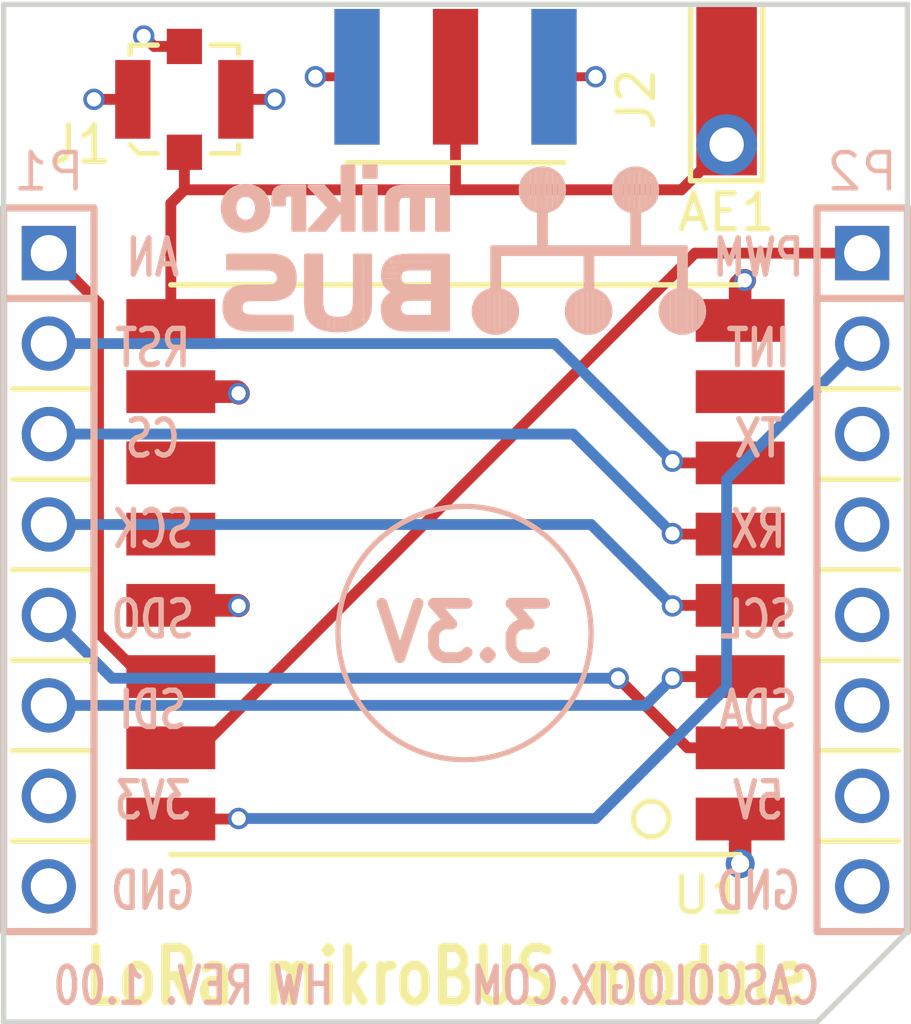
<source format=kicad_pcb>
(kicad_pcb (version 4) (host pcbnew 4.0.0-rc2-stable)

  (general
    (links 22)
    (no_connects 0)
    (area 110.696399 97.467 136.699601 127.838023)
    (thickness 1.6)
    (drawings 40)
    (tracks 69)
    (zones 0)
    (modules 7)
    (nets 20)
  )

  (page A4)
  (title_block
    (date "lun. 30 mars 2015")
  )

  (layers
    (0 F.Cu signal)
    (1 Gnd.Cu power hide)
    (2 Pwr.Cu power hide)
    (31 B.Cu signal)
    (32 B.Adhes user)
    (33 F.Adhes user)
    (34 B.Paste user)
    (35 F.Paste user)
    (36 B.SilkS user)
    (37 F.SilkS user)
    (38 B.Mask user)
    (39 F.Mask user)
    (40 Dwgs.User user)
    (41 Cmts.User user)
    (42 Eco1.User user)
    (43 Eco2.User user)
    (44 Edge.Cuts user)
    (45 Margin user)
    (46 B.CrtYd user)
    (47 F.CrtYd user)
    (48 B.Fab user)
    (49 F.Fab user)
  )

  (setup
    (last_trace_width 0.25)
    (user_trace_width 0.3429)
    (trace_clearance 0.2)
    (zone_clearance 0.508)
    (zone_45_only no)
    (trace_min 0.2)
    (segment_width 0.15)
    (edge_width 0.15)
    (via_size 0.6)
    (via_drill 0.4)
    (via_min_size 0.4)
    (via_min_drill 0.3)
    (uvia_size 0.3)
    (uvia_drill 0.1)
    (uvias_allowed no)
    (uvia_min_size 0.2)
    (uvia_min_drill 0.1)
    (pcb_text_width 0.3)
    (pcb_text_size 1.5 1.5)
    (mod_edge_width 0.15)
    (mod_text_size 1 1)
    (mod_text_width 0.15)
    (pad_size 4.064 4.064)
    (pad_drill 3.048)
    (pad_to_mask_clearance 0)
    (aux_axis_origin 110.998 126.365)
    (grid_origin 110.998 126.365)
    (visible_elements 7FFEFFFF)
    (pcbplotparams
      (layerselection 0x00030_80000001)
      (usegerberextensions false)
      (excludeedgelayer true)
      (linewidth 0.100000)
      (plotframeref false)
      (viasonmask false)
      (mode 1)
      (useauxorigin false)
      (hpglpennumber 1)
      (hpglpenspeed 20)
      (hpglpendiameter 15)
      (hpglpenoverlay 2)
      (psnegative false)
      (psa4output false)
      (plotreference true)
      (plotvalue true)
      (plotinvisibletext false)
      (padsonsilk false)
      (subtractmaskfromsilk false)
      (outputformat 1)
      (mirror false)
      (drillshape 0)
      (scaleselection 1)
      (outputdirectory ""))
  )

  (net 0 "")
  (net 1 MOSI)
  (net 2 SCK)
  (net 3 CS)
  (net 4 RST)
  (net 5 AN)
  (net 6 +3.3V)
  (net 7 GND)
  (net 8 MISO)
  (net 9 SDA)
  (net 10 TX)
  (net 11 RX)
  (net 12 INT)
  (net 13 PWM)
  (net 14 +5V)
  (net 15 SCL)
  (net 16 "Net-(U1-Pad7)")
  (net 17 "Net-(U1-Pad11)")
  (net 18 "Net-(U1-Pad12)")
  (net 19 "Net-(AE1-Pad1)")

  (net_class Default "This is the default net class."
    (clearance 0.2)
    (trace_width 0.25)
    (via_dia 0.6)
    (via_drill 0.4)
    (uvia_dia 0.3)
    (uvia_drill 0.1)
    (add_net +3.3V)
    (add_net +5V)
    (add_net AN)
    (add_net CS)
    (add_net GND)
    (add_net INT)
    (add_net MISO)
    (add_net MOSI)
    (add_net "Net-(AE1-Pad1)")
    (add_net "Net-(U1-Pad11)")
    (add_net "Net-(U1-Pad12)")
    (add_net "Net-(U1-Pad7)")
    (add_net PWM)
    (add_net RST)
    (add_net RX)
    (add_net SCK)
    (add_net SCL)
    (add_net SDA)
    (add_net TX)
  )

  (module Header:HEADER_M_2.54MM_1R8P_ST_AU_PTH locked (layer B.Cu) (tedit 565FB823) (tstamp 561150BC)
    (at 135.128 113.665 270)
    (tags Header)
    (path /560DC5B3)
    (fp_text reference P2 (at -11.176 0 360) (layer B.SilkS)
      (effects (font (size 1.016 1.016) (thickness 0.127)) (justify mirror))
    )
    (fp_text value HEADER_M_2.54MM_1R8P_ST_AU_PTH (at 0 2.159 270) (layer B.SilkS) hide
      (effects (font (size 1.016 1.016) (thickness 0.127)) (justify mirror))
    )
    (fp_line (start 5.08 -1.27) (end 10.16 -1.27) (layer B.SilkS) (width 0.2032))
    (fp_line (start 5.08 1.27) (end 10.16 1.27) (layer B.SilkS) (width 0.2032))
    (fp_line (start 0 -1.27) (end 5.08 -1.27) (layer B.SilkS) (width 0.2032))
    (fp_line (start 0 1.27) (end 5.08 1.27) (layer B.SilkS) (width 0.2032))
    (fp_line (start -2.54 1.27) (end 0 1.27) (layer B.SilkS) (width 0.2032))
    (fp_line (start -2.54 -1.27) (end 0 -1.27) (layer B.SilkS) (width 0.2032))
    (fp_line (start -5.08 -1.27) (end -2.54 -1.27) (layer B.SilkS) (width 0.2032))
    (fp_line (start -5.08 1.27) (end -2.54 1.27) (layer B.SilkS) (width 0.2032))
    (fp_line (start 10.16 1.27) (end 10.16 -1.27) (layer B.SilkS) (width 0.2032))
    (fp_line (start -7.62 1.27) (end -5.08 1.27) (layer B.SilkS) (width 0.2032))
    (fp_line (start -7.62 -1.27) (end -5.08 -1.27) (layer B.SilkS) (width 0.2032))
    (fp_line (start -10.16 -1.27) (end -7.62 -1.27) (layer B.SilkS) (width 0.2032))
    (fp_line (start -10.16 1.27) (end -7.62 1.27) (layer B.SilkS) (width 0.2032))
    (fp_line (start -10.16 -1.27) (end -10.16 1.27) (layer B.SilkS) (width 0.2032))
    (fp_line (start -7.62 1.27) (end -7.62 -1.27) (layer B.SilkS) (width 0.2032))
    (pad 6 thru_hole circle (at 3.81 0 270) (size 1.524 1.524) (drill 1.016) (layers *.Cu *.Mask)
      (net 9 SDA))
    (pad 4 thru_hole circle (at -1.27 0 270) (size 1.524 1.524) (drill 1.016) (layers *.Cu *.Mask)
      (net 10 TX))
    (pad 3 thru_hole circle (at -3.81 0 270) (size 1.524 1.524) (drill 1.016) (layers *.Cu *.Mask)
      (net 11 RX))
    (pad 2 thru_hole circle (at -6.35 0 270) (size 1.524 1.524) (drill 1.016) (layers *.Cu *.Mask)
      (net 12 INT))
    (pad 1 thru_hole rect (at -8.89 0 270) (size 1.524 1.524) (drill 1.016) (layers *.Cu *.Mask)
      (net 13 PWM))
    (pad 7 thru_hole circle (at 6.35 0 270) (size 1.524 1.524) (drill 1.016) (layers *.Cu *.Mask)
      (net 14 +5V))
    (pad 8 thru_hole circle (at 8.89 0 270) (size 1.524 1.524) (drill 1.016) (layers *.Cu *.Mask)
      (net 7 GND))
    (pad 5 thru_hole circle (at 1.27 0 270) (size 1.524 1.524) (drill 1.016) (layers *.Cu *.Mask)
      (net 15 SCL))
    (model C:/Engineering/KiCAD_Libraries/3D/Headers/VRML/HEADER_M_2.54MM_1R8P_ST_AU_PTH.wrl
      (at (xyz 0 0 0))
      (scale (xyz 1 1 1))
      (rotate (xyz 0 0 0))
    )
  )

  (module Header:HEADER_M_2.54MM_1R8P_ST_AU_PTH locked (layer B.Cu) (tedit 565FB817) (tstamp 561150A0)
    (at 112.268 113.665 270)
    (tags Header)
    (path /560DC55D)
    (fp_text reference P1 (at -11.176 0 360) (layer B.SilkS)
      (effects (font (size 1.016 1.016) (thickness 0.127)) (justify mirror))
    )
    (fp_text value HEADER_M_2.54MM_1R8P_ST_AU_PTH (at 0 -2.54 270) (layer B.SilkS) hide
      (effects (font (size 1.016 1.016) (thickness 0.127)) (justify mirror))
    )
    (fp_line (start 5.08 -1.27) (end 10.16 -1.27) (layer B.SilkS) (width 0.2032))
    (fp_line (start 5.08 1.27) (end 10.16 1.27) (layer B.SilkS) (width 0.2032))
    (fp_line (start 0 -1.27) (end 5.08 -1.27) (layer B.SilkS) (width 0.2032))
    (fp_line (start 0 1.27) (end 5.08 1.27) (layer B.SilkS) (width 0.2032))
    (fp_line (start -2.54 1.27) (end 0 1.27) (layer B.SilkS) (width 0.2032))
    (fp_line (start -2.54 -1.27) (end 0 -1.27) (layer B.SilkS) (width 0.2032))
    (fp_line (start -5.08 -1.27) (end -2.54 -1.27) (layer B.SilkS) (width 0.2032))
    (fp_line (start -5.08 1.27) (end -2.54 1.27) (layer B.SilkS) (width 0.2032))
    (fp_line (start 10.16 1.27) (end 10.16 -1.27) (layer B.SilkS) (width 0.2032))
    (fp_line (start -7.62 1.27) (end -5.08 1.27) (layer B.SilkS) (width 0.2032))
    (fp_line (start -7.62 -1.27) (end -5.08 -1.27) (layer B.SilkS) (width 0.2032))
    (fp_line (start -10.16 -1.27) (end -7.62 -1.27) (layer B.SilkS) (width 0.2032))
    (fp_line (start -10.16 1.27) (end -7.62 1.27) (layer B.SilkS) (width 0.2032))
    (fp_line (start -10.16 -1.27) (end -10.16 1.27) (layer B.SilkS) (width 0.2032))
    (fp_line (start -7.62 1.27) (end -7.62 -1.27) (layer B.SilkS) (width 0.2032))
    (pad 6 thru_hole circle (at 3.81 0 270) (size 1.524 1.524) (drill 1.016) (layers *.Cu *.Mask)
      (net 1 MOSI))
    (pad 4 thru_hole circle (at -1.27 0 270) (size 1.524 1.524) (drill 1.016) (layers *.Cu *.Mask)
      (net 2 SCK))
    (pad 3 thru_hole circle (at -3.81 0 270) (size 1.524 1.524) (drill 1.016) (layers *.Cu *.Mask)
      (net 3 CS))
    (pad 2 thru_hole circle (at -6.35 0 270) (size 1.524 1.524) (drill 1.016) (layers *.Cu *.Mask)
      (net 4 RST))
    (pad 1 thru_hole rect (at -8.89 0 270) (size 1.524 1.524) (drill 1.016) (layers *.Cu *.Mask)
      (net 5 AN))
    (pad 7 thru_hole circle (at 6.35 0 270) (size 1.524 1.524) (drill 1.016) (layers *.Cu *.Mask)
      (net 6 +3.3V))
    (pad 8 thru_hole circle (at 8.89 0 270) (size 1.524 1.524) (drill 1.016) (layers *.Cu *.Mask)
      (net 7 GND))
    (pad 5 thru_hole circle (at 1.27 0 270) (size 1.524 1.524) (drill 1.016) (layers *.Cu *.Mask)
      (net 8 MISO))
    (model C:/Engineering/KiCAD_Libraries/3D/Headers/VRML/HEADER_M_2.54MM_1R8P_ST_AU_PTH.wrl
      (at (xyz 0 0 0))
      (scale (xyz 1 1 1))
      (rotate (xyz 0 0 0))
    )
  )

  (module Connector:U.FL-R-SMT (layer F.Cu) (tedit 56133270) (tstamp 561150C0)
    (at 116.078 100.457)
    (path /561159A2)
    (fp_text reference J1 (at -2.921 1.27) (layer F.SilkS)
      (effects (font (size 1.016 1.016) (thickness 0.1524)))
    )
    (fp_text value u.FL (at 0 3.81) (layer F.Fab) hide
      (effects (font (size 1.016 1.016) (thickness 0.1524)))
    )
    (fp_line (start 1.524 1.27) (end 1.524 1.524) (layer F.SilkS) (width 0.15))
    (fp_line (start -1.524 -1.524) (end -1.524 -1.27) (layer F.SilkS) (width 0.15))
    (fp_line (start 1.524 -1.524) (end 1.524 -1.27) (layer F.SilkS) (width 0.15))
    (fp_line (start -1.27 1.524) (end -0.762 1.524) (layer F.SilkS) (width 0.15))
    (fp_line (start -1.524 1.27) (end -1.27 1.524) (layer F.SilkS) (width 0.15))
    (fp_line (start -1.524 -1.524) (end -0.762 -1.524) (layer F.SilkS) (width 0.15))
    (fp_line (start 0.762 1.524) (end 1.524 1.524) (layer F.SilkS) (width 0.15))
    (fp_line (start 0.762 -1.524) (end 1.524 -1.524) (layer F.SilkS) (width 0.15))
    (pad 1 smd rect (at 0 1.4859) (size 0.9906 0.9906) (layers F.Cu F.Paste F.Mask)
      (net 19 "Net-(AE1-Pad1)"))
    (pad 4 smd rect (at 1.4478 0) (size 0.9906 2.2098) (layers F.Cu F.Paste F.Mask)
      (net 7 GND))
    (pad 2 smd rect (at -1.4478 0) (size 0.9906 2.2098) (layers F.Cu F.Paste F.Mask)
      (net 7 GND))
    (pad 3 smd rect (at 0 -1.4859) (size 0.9906 0.9906) (layers F.Cu F.Paste F.Mask)
      (net 7 GND))
    (model C:/Engineering/KiCAD_Libraries/3D/Connectors/RF/VRML/UFL-R-SMD.wrl
      (at (xyz 0 0 0))
      (scale (xyz 1 1 1))
      (rotate (xyz 0 0 0))
    )
  )

  (module RF_Modules:RFM95W (layer F.Cu) (tedit 56132722) (tstamp 561150F4)
    (at 123.698 113.665 180)
    (path /56115306)
    (fp_text reference U1 (at -7.112 -9.144 180) (layer F.SilkS)
      (effects (font (size 1 1) (thickness 0.15)))
    )
    (fp_text value RFM95W (at 0 -9 180) (layer F.Fab)
      (effects (font (size 1 1) (thickness 0.15)))
    )
    (fp_circle (center -5.5 -7) (end -5.5 -6.5) (layer F.SilkS) (width 0.15))
    (fp_line (start -8 8) (end 8 8) (layer F.SilkS) (width 0.15))
    (fp_line (start -8 -8) (end 8 -8) (layer F.SilkS) (width 0.15))
    (pad 1 smd rect (at -8 -7 180) (size 2.5 1.2) (layers F.Cu F.Paste F.Mask)
      (net 7 GND))
    (pad 2 smd rect (at -8 -5 180) (size 2.5 1.2) (layers F.Cu F.Paste F.Mask)
      (net 8 MISO))
    (pad 3 smd rect (at -8 -3 180) (size 2.5 1.2) (layers F.Cu F.Paste F.Mask)
      (net 1 MOSI))
    (pad 4 smd rect (at -8 -1 180) (size 2.5 1.2) (layers F.Cu F.Paste F.Mask)
      (net 2 SCK))
    (pad 5 smd rect (at -8 1 180) (size 2.5 1.2) (layers F.Cu F.Paste F.Mask)
      (net 3 CS))
    (pad 6 smd rect (at -8 3 180) (size 2.5 1.2) (layers F.Cu F.Paste F.Mask)
      (net 4 RST))
    (pad 7 smd rect (at -8 5 180) (size 2.5 1.2) (layers F.Cu F.Paste F.Mask)
      (net 16 "Net-(U1-Pad7)"))
    (pad 8 smd rect (at -8 7 180) (size 2.5 1.2) (layers F.Cu F.Paste F.Mask)
      (net 7 GND))
    (pad 9 smd rect (at 8 7 180) (size 2.5 1.2) (layers F.Cu F.Paste F.Mask)
      (net 19 "Net-(AE1-Pad1)"))
    (pad 10 smd rect (at 8 5 180) (size 2.5 1.2) (layers F.Cu F.Paste F.Mask)
      (net 7 GND))
    (pad 11 smd rect (at 8 3 180) (size 2.5 1.2) (layers F.Cu F.Paste F.Mask)
      (net 17 "Net-(U1-Pad11)"))
    (pad 12 smd rect (at 8 1 180) (size 2.5 1.2) (layers F.Cu F.Paste F.Mask)
      (net 18 "Net-(U1-Pad12)"))
    (pad 13 smd rect (at 8 -1 180) (size 2.5 1.2) (layers F.Cu F.Paste F.Mask)
      (net 6 +3.3V))
    (pad 14 smd rect (at 8 -3 180) (size 2.5 1.2) (layers F.Cu F.Paste F.Mask)
      (net 5 AN))
    (pad 15 smd rect (at 8 -5 180) (size 2.5 1.2) (layers F.Cu F.Paste F.Mask)
      (net 13 PWM))
    (pad 16 smd rect (at 8 -7 180) (size 2.5 1.2) (layers F.Cu F.Paste F.Mask)
      (net 12 INT))
    (model C:/Engineering/KiCAD_Libraries/3D/Modules/VRML/RFM95W.wrl
      (at (xyz 0 0 0))
      (scale (xyz 1 1 1))
      (rotate (xyz 0 0 0))
    )
  )

  (module Logo:mikroBUS_Small (layer B.Cu) (tedit 562D70D6) (tstamp 561FE1F0)
    (at 123.698 104.775 180)
    (fp_text reference "" (at 0 -3.81 180) (layer B.SilkS) hide
      (effects (font (size 1 1) (thickness 0.15)) (justify mirror))
    )
    (fp_text value mikroBUS_Small (at 0 3.81 180) (layer B.Fab) hide
      (effects (font (size 1 1) (thickness 0.15)) (justify mirror))
    )
    (fp_line (start 4.6228 -2.0828) (end 6.0198 -2.0828) (layer B.SilkS) (width 0.15))
    (fp_line (start 4.6482 -2.0066) (end 6.2484 -2.0066) (layer B.SilkS) (width 0.15))
    (fp_line (start 4.6482 -1.8796) (end 6.3754 -1.8796) (layer B.SilkS) (width 0.15))
    (fp_line (start 5.9436 -1.7526) (end 6.4262 -1.7526) (layer B.SilkS) (width 0.15))
    (fp_line (start 6.0706 -1.6256) (end 6.4516 -1.6256) (layer B.SilkS) (width 0.15))
    (fp_line (start 6.0706 -1.4986) (end 6.4516 -1.4986) (layer B.SilkS) (width 0.15))
    (fp_line (start 6.0452 -1.3716) (end 6.4516 -1.3716) (layer B.SilkS) (width 0.15))
    (fp_line (start 5.0546 -1.2446) (end 6.4008 -1.2446) (layer B.SilkS) (width 0.15))
    (fp_line (start 6.35 -1.1684) (end 4.7752 -1.1684) (layer B.SilkS) (width 0.15))
    (fp_line (start 6.223 -1.0414) (end 4.6482 -1.0414) (layer B.SilkS) (width 0.15))
    (fp_line (start 4.5974 -0.9906) (end 5.1054 -0.9906) (layer B.SilkS) (width 0.15))
    (fp_line (start 5.0038 -0.8636) (end 4.572 -0.8636) (layer B.SilkS) (width 0.15))
    (fp_line (start 4.9276 -0.7366) (end 4.5466 -0.7366) (layer B.SilkS) (width 0.15))
    (fp_line (start 4.9276 -0.6096) (end 4.5466 -0.6096) (layer B.SilkS) (width 0.15))
    (fp_line (start 5.0292 -0.4826) (end 4.572 -0.4826) (layer B.SilkS) (width 0.15))
    (fp_line (start 6.35 -0.3556) (end 4.6228 -0.3556) (layer B.SilkS) (width 0.15))
    (fp_line (start 6.35 -0.3048) (end 4.6482 -0.3048) (layer B.SilkS) (width 0.15))
    (fp_line (start 6.35 -0.1778) (end 4.8006 -0.1778) (layer B.SilkS) (width 0.15))
    (fp_line (start 5.4356 1.6764) (end 5.4356 0.8636) (layer B.SilkS) (width 0.15))
    (fp_line (start 6.5024 1.4478) (end 6.5024 1.143) (layer B.SilkS) (width 0.15))
    (fp_line (start 6.4262 1.6002) (end 6.4262 0.9398) (layer B.SilkS) (width 0.15))
    (fp_line (start 5.6642 0.9398) (end 5.6642 0.7112) (layer B.SilkS) (width 0.15))
    (fp_line (start 5.7404 0.889) (end 5.7404 0.6858) (layer B.SilkS) (width 0.15))
    (fp_line (start 5.842 0.8636) (end 5.842 0.6604) (layer B.SilkS) (width 0.15))
    (fp_line (start 5.969 0.8636) (end 5.969 0.6604) (layer B.SilkS) (width 0.15))
    (fp_line (start 6.096 0.9144) (end 6.096 0.6858) (layer B.SilkS) (width 0.15))
    (fp_line (start 6.1976 1.0668) (end 6.1976 0.7366) (layer B.SilkS) (width 0.15))
    (fp_line (start 6.2992 1.7272) (end 6.2992 0.7874) (layer B.SilkS) (width 0.15))
    (fp_line (start 6.1976 1.8034) (end 6.1976 1.4986) (layer B.SilkS) (width 0.15))
    (fp_line (start 6.0706 1.8288) (end 6.0706 1.6256) (layer B.SilkS) (width 0.15))
    (fp_line (start 5.9436 1.8542) (end 5.9436 1.6764) (layer B.SilkS) (width 0.15))
    (fp_line (start 5.8166 1.8542) (end 5.8166 1.6764) (layer B.SilkS) (width 0.15))
    (fp_line (start 5.6896 1.8288) (end 5.6896 1.5748) (layer B.SilkS) (width 0.15))
    (fp_line (start 5.5626 1.778) (end 5.5626 0.7366) (layer B.SilkS) (width 0.15))
    (fp_line (start 5.334 1.524) (end 5.334 1.016) (layer B.SilkS) (width 0.15))
    (fp_line (start 4.1402 -0.0762) (end 4.1402 -1.7272) (layer B.SilkS) (width 0.15))
    (fp_line (start 4.0132 -0.1016) (end 4.0132 -1.905) (layer B.SilkS) (width 0.15))
    (fp_line (start 3.81 -1.4732) (end 3.81 -1.651) (layer B.SilkS) (width 0.15))
    (fp_line (start 3.8862 -0.1016) (end 3.8862 -2.032) (layer B.SilkS) (width 0.15))
    (fp_line (start 3.7592 -1.6764) (end 3.7592 -2.0828) (layer B.SilkS) (width 0.15))
    (fp_line (start 3.6322 -1.8034) (end 3.6322 -2.1082) (layer B.SilkS) (width 0.15))
    (fp_line (start 3.4798 -1.8542) (end 3.4798 -2.1336) (layer B.SilkS) (width 0.15))
    (fp_line (start 3.3274 -1.8796) (end 3.3274 -2.1336) (layer B.SilkS) (width 0.15))
    (fp_line (start 3.175 -1.8542) (end 3.175 -2.1336) (layer B.SilkS) (width 0.15))
    (fp_line (start 3.0226 -1.8034) (end 3.0226 -2.1336) (layer B.SilkS) (width 0.15))
    (fp_line (start 2.8702 -1.651) (end 2.8702 -2.0828) (layer B.SilkS) (width 0.15))
    (fp_line (start 2.7686 -0.1016) (end 2.7432 -2.032) (layer B.SilkS) (width 0.15))
    (fp_line (start 2.667 -0.1016) (end 2.667 -1.9812) (layer B.SilkS) (width 0.15))
    (fp_line (start 2.5146 -0.1016) (end 2.5146 -1.8288) (layer B.SilkS) (width 0.15))
    (fp_line (start 0.635 -2.032) (end 1.778 -2.032) (layer B.SilkS) (width 0.15))
    (fp_line (start 0.635 -1.905) (end 1.9304 -1.905) (layer B.SilkS) (width 0.15))
    (fp_line (start 1.4224 -1.8034) (end 1.9812 -1.8034) (layer B.SilkS) (width 0.15))
    (fp_line (start 1.5748 -1.6764) (end 2.0066 -1.6764) (layer B.SilkS) (width 0.15))
    (fp_line (start 1.6256 -1.5494) (end 2.0066 -1.5494) (layer B.SilkS) (width 0.15))
    (fp_line (start 1.6002 -1.4224) (end 2.0066 -1.4224) (layer B.SilkS) (width 0.15))
    (fp_line (start 1.4478 -1.2954) (end 1.9304 -1.2954) (layer B.SilkS) (width 0.15))
    (fp_line (start 0.6096 -1.1684) (end 1.778 -1.1684) (layer B.SilkS) (width 0.15))
    (fp_line (start 0.635 -1.0414) (end 1.778 -1.0414) (layer B.SilkS) (width 0.15))
    (fp_line (start 1.4732 -0.9144) (end 1.905 -0.9144) (layer B.SilkS) (width 0.15))
    (fp_line (start 1.6002 -0.7874) (end 1.9812 -0.7874) (layer B.SilkS) (width 0.15))
    (fp_line (start 1.6256 -0.635) (end 2.0066 -0.635) (layer B.SilkS) (width 0.15))
    (fp_line (start 1.4478 -0.4064) (end 1.5494 -0.4064) (layer B.SilkS) (width 0.15))
    (fp_line (start 1.5494 -0.4826) (end 2.0066 -0.4826) (layer B.SilkS) (width 0.15))
    (fp_line (start 0.635 -0.3302) (end 1.9304 -0.3302) (layer B.SilkS) (width 0.15))
    (fp_line (start 0.635 -0.1778) (end 1.778 -0.1778) (layer B.SilkS) (width 0.15))
    (fp_line (start 1.651 1.6256) (end 1.651 1.524) (layer B.SilkS) (width 0.15))
    (fp_line (start 1.8542 1.6256) (end 1.8542 0.6858) (layer B.SilkS) (width 0.15))
    (fp_line (start 1.7272 1.6256) (end 1.7272 0.6858) (layer B.SilkS) (width 0.15))
    (fp_line (start 0.381 1.6764) (end 1.8542 1.6764) (layer B.SilkS) (width 0.15))
    (fp_line (start 0.4826 1.778) (end 1.7526 1.778) (layer B.SilkS) (width 0.15))
    (fp_line (start 3.429 1.2954) (end 3.9624 0.7112) (layer B.SilkS) (width 0.15))
    (fp_line (start 3.3528 1.2192) (end 3.81 0.6858) (layer B.SilkS) (width 0.15))
    (fp_line (start 3.937 1.8288) (end 3.3274 1.1938) (layer B.SilkS) (width 0.15))
    (fp_line (start 3.2766 1.2446) (end 3.81 1.8288) (layer B.SilkS) (width 0.15))
    (fp_line (start 2.2606 2.2352) (end 2.5146 2.2352) (layer B.SilkS) (width 0.15))
    (fp_line (start 2.2606 2.3368) (end 2.5146 2.3368) (layer B.SilkS) (width 0.15))
    (fp_line (start 3.0734 0.7112) (end 3.0734 2.3622) (layer B.SilkS) (width 0.15))
    (fp_line (start 2.9464 2.3876) (end 2.9464 0.7112) (layer B.SilkS) (width 0.15))
    (fp_line (start 4.8514 1.4732) (end 5.08 1.4732) (layer B.SilkS) (width 0.15))
    (fp_line (start 4.8514 1.6002) (end 5.0546 1.6002) (layer B.SilkS) (width 0.15))
    (fp_line (start 4.445 1.7018) (end 5.0546 1.7018) (layer B.SilkS) (width 0.15))
    (fp_line (start 4.4958 1.8034) (end 4.9784 1.8034) (layer B.SilkS) (width 0.15))
    (fp_line (start 4.445 0.6858) (end 4.445 1.8288) (layer B.SilkS) (width 0.15))
    (fp_line (start 4.318 0.6858) (end 4.318 1.8288) (layer B.SilkS) (width 0.15))
    (fp_line (start 2.4638 0.6858) (end 2.4638 1.8288) (layer B.SilkS) (width 0.15))
    (fp_line (start 2.3368 0.6858) (end 2.3368 1.8288) (layer B.SilkS) (width 0.15))
    (fp_line (start 1.1176 0.6858) (end 1.1176 1.8288) (layer B.SilkS) (width 0.15))
    (fp_line (start 0.9906 0.6858) (end 0.9906 1.8288) (layer B.SilkS) (width 0.15))
    (fp_line (start 0.3048 1.8288) (end 0.3048 0.6858) (layer B.SilkS) (width 0.15))
    (fp_line (start 0.4318 0.6858) (end 0.4318 1.8288) (layer B.SilkS) (width 0.15))
    (fp_line (start -6.577609 -2.206834) (end -6.483358 -2.238309) (layer B.SilkS) (width 0.1))
    (fp_line (start -6.668273 -2.169409) (end -6.577609 -2.206834) (layer B.SilkS) (width 0.1))
    (fp_line (start -6.751765 -2.120088) (end -6.668273 -2.169409) (layer B.SilkS) (width 0.1))
    (fp_line (start -6.825003 -2.055138) (end -6.751765 -2.120088) (layer B.SilkS) (width 0.1))
    (fp_line (start -6.886374 -1.977238) (end -6.825003 -2.055138) (layer B.SilkS) (width 0.1))
    (fp_line (start -6.93453 -1.89022) (end -6.886374 -1.977238) (layer B.SilkS) (width 0.1))
    (fp_line (start -6.968334 -1.797322) (end -6.93453 -1.89022) (layer B.SilkS) (width 0.1))
    (fp_line (start -6.98705 -1.700666) (end -6.968334 -1.797322) (layer B.SilkS) (width 0.1))
    (fp_line (start -6.989992 -1.602253) (end -6.98705 -1.700666) (layer B.SilkS) (width 0.1))
    (fp_line (start -6.976966 -1.504318) (end -6.989992 -1.602253) (layer B.SilkS) (width 0.1))
    (fp_line (start -6.948567 -1.409484) (end -6.976966 -1.504318) (layer B.SilkS) (width 0.1))
    (fp_line (start -6.905466 -1.320404) (end -6.948567 -1.409484) (layer B.SilkS) (width 0.1))
    (fp_line (start -6.84854 -1.239578) (end -6.905466 -1.320404) (layer B.SilkS) (width 0.1))
    (fp_line (start -6.779429 -1.168923) (end -6.84854 -1.239578) (layer B.SilkS) (width 0.1))
    (fp_line (start -6.699951 -1.110225) (end -6.779429 -1.168923) (layer B.SilkS) (width 0.1))
    (fp_line (start -6.611991 -1.065162) (end -6.699951 -1.110225) (layer B.SilkS) (width 0.1))
    (fp_line (start -6.517879 -1.034713) (end -6.611991 -1.065162) (layer B.SilkS) (width 0.1))
    (fp_line (start -6.420131 -1.01958) (end -6.517879 -1.034713) (layer B.SilkS) (width 0.1))
    (fp_line (start -6.321257 -1.02042) (end -6.420131 -1.01958) (layer B.SilkS) (width 0.1))
    (fp_line (start -6.22377 -1.037179) (end -6.321257 -1.02042) (layer B.SilkS) (width 0.1))
    (fp_line (start -6.130178 -1.069173) (end -6.22377 -1.037179) (layer B.SilkS) (width 0.1))
    (fp_line (start -6.042989 -1.115699) (end -6.130178 -1.069173) (layer B.SilkS) (width 0.1))
    (fp_line (start -5.964485 -1.175699) (end -6.042989 -1.115699) (layer B.SilkS) (width 0.1))
    (fp_line (start -5.896529 -1.247466) (end -5.964485 -1.175699) (layer B.SilkS) (width 0.1))
    (fp_line (start -5.840938 -1.329221) (end -5.896529 -1.247466) (layer B.SilkS) (width 0.1))
    (fp_line (start -5.799294 -1.419004) (end -5.840938 -1.329221) (layer B.SilkS) (width 0.1))
    (fp_line (start -5.772428 -1.514276) (end -5.799294 -1.419004) (layer B.SilkS) (width 0.1))
    (fp_line (start -5.761021 -1.612382) (end -5.772428 -1.514276) (layer B.SilkS) (width 0.1))
    (fp_line (start -5.765643 -1.71072) (end -5.761021 -1.612382) (layer B.SilkS) (width 0.1))
    (fp_line (start -5.786001 -1.807089) (end -5.765643 -1.71072) (layer B.SilkS) (width 0.1))
    (fp_line (start -5.821399 -1.89947) (end -5.786001 -1.807089) (layer B.SilkS) (width 0.1))
    (fp_line (start -5.871079 -1.985691) (end -5.821399 -1.89947) (layer B.SilkS) (width 0.1))
    (fp_line (start -5.933823 -2.062462) (end -5.871079 -1.985691) (layer B.SilkS) (width 0.1))
    (fp_line (start -6.008216 -2.126001) (end -5.933823 -2.062462) (layer B.SilkS) (width 0.1))
    (fp_line (start -6.092571 -2.173815) (end -6.008216 -2.126001) (layer B.SilkS) (width 0.1))
    (fp_line (start -6.183846 -2.209816) (end -6.092571 -2.173815) (layer B.SilkS) (width 0.1))
    (fp_line (start -6.278581 -2.239913) (end -6.183846 -2.209816) (layer B.SilkS) (width 0.1))
    (fp_line (start -5.842 -1.3716) (end -5.842 -1.8542) (layer B.SilkS) (width 0.15))
    (fp_line (start -5.969 -1.1938) (end -5.969 -2.0574) (layer B.SilkS) (width 0.15))
    (fp_line (start -6.1214 -1.1176) (end -6.1214 -2.159) (layer B.SilkS) (width 0.15))
    (fp_line (start -6.2738 -1.0668) (end -6.2738 -2.2098) (layer B.SilkS) (width 0.15))
    (fp_line (start -6.5786 -1.0668) (end -6.5786 -2.1844) (layer B.SilkS) (width 0.15))
    (fp_line (start -6.731 -1.1684) (end -6.731 -2.1082) (layer B.SilkS) (width 0.15))
    (fp_line (start -6.8834 -1.3208) (end -6.8834 -1.9558) (layer B.SilkS) (width 0.15))
    (fp_line (start -6.282611 -2.239913) (end -6.187872 -2.209839) (layer B.SilkS) (width 0.1))
    (fp_line (start -6.187872 -2.209839) (end -6.096601 -2.173849) (layer B.SilkS) (width 0.1))
    (fp_line (start -6.096601 -2.173849) (end -6.012269 -2.12603) (layer B.SilkS) (width 0.1))
    (fp_line (start -6.012269 -2.12603) (end -5.93792 -2.06246) (layer B.SilkS) (width 0.1))
    (fp_line (start -5.93792 -2.06246) (end -5.875241 -1.985647) (layer B.SilkS) (width 0.1))
    (fp_line (start -5.875241 -1.985647) (end -5.82564 -1.899391) (layer B.SilkS) (width 0.1))
    (fp_line (start -5.82564 -1.899391) (end -5.790325 -1.806995) (layer B.SilkS) (width 0.1))
    (fp_line (start -5.790325 -1.806995) (end -5.770038 -1.710626) (layer B.SilkS) (width 0.1))
    (fp_line (start -5.770038 -1.710626) (end -5.765457 -1.612295) (layer B.SilkS) (width 0.1))
    (fp_line (start -5.765457 -1.612295) (end -5.776866 -1.514199) (layer B.SilkS) (width 0.1))
    (fp_line (start -5.776866 -1.514199) (end -5.803709 -1.418936) (layer B.SilkS) (width 0.1))
    (fp_line (start -5.803709 -1.418936) (end -5.84532 -1.329156) (layer B.SilkS) (width 0.1))
    (fp_line (start -5.84532 -1.329156) (end -5.900882 -1.247395) (layer B.SilkS) (width 0.1))
    (fp_line (start -5.900882 -1.247395) (end -5.968816 -1.17562) (layer B.SilkS) (width 0.1))
    (fp_line (start -5.968816 -1.17562) (end -6.047305 -1.115617) (layer B.SilkS) (width 0.1))
    (fp_line (start -6.047305 -1.115617) (end -6.134487 -1.069104) (layer B.SilkS) (width 0.1))
    (fp_line (start -6.134487 -1.069104) (end -6.228075 -1.037132) (layer B.SilkS) (width 0.1))
    (fp_line (start -6.228075 -1.037132) (end -6.325557 -1.020403) (layer B.SilkS) (width 0.1))
    (fp_line (start -6.325557 -1.020403) (end -6.424421 -1.019594) (layer B.SilkS) (width 0.1))
    (fp_line (start -6.424421 -1.019594) (end -6.522154 -1.034754) (layer B.SilkS) (width 0.1))
    (fp_line (start -6.522154 -1.034754) (end -6.616247 -1.06522) (layer B.SilkS) (width 0.1))
    (fp_line (start -6.616247 -1.06522) (end -6.704192 -1.110291) (layer B.SilkS) (width 0.1))
    (fp_line (start -6.704192 -1.110291) (end -6.783659 -1.168984) (layer B.SilkS) (width 0.1))
    (fp_line (start -6.783659 -1.168984) (end -6.852766 -1.239625) (layer B.SilkS) (width 0.1))
    (fp_line (start -6.852766 -1.239625) (end -6.909697 -1.320434) (layer B.SilkS) (width 0.1))
    (fp_line (start -6.909697 -1.320434) (end -6.952812 -1.409499) (layer B.SilkS) (width 0.1))
    (fp_line (start -6.952812 -1.409499) (end -6.981224 -1.50432) (layer B.SilkS) (width 0.1))
    (fp_line (start -6.981224 -1.50432) (end -6.994254 -1.602242) (layer B.SilkS) (width 0.1))
    (fp_line (start -6.994254 -1.602242) (end -6.991295 -1.700642) (layer B.SilkS) (width 0.1))
    (fp_line (start -6.991295 -1.700642) (end -6.972549 -1.797281) (layer B.SilkS) (width 0.1))
    (fp_line (start -6.972549 -1.797281) (end -6.938714 -1.890159) (layer B.SilkS) (width 0.1))
    (fp_line (start -6.938714 -1.890159) (end -6.89054 -1.977153) (layer B.SilkS) (width 0.1))
    (fp_line (start -6.89054 -1.977153) (end -6.829165 -2.055034) (layer B.SilkS) (width 0.1))
    (fp_line (start -6.829165 -2.055034) (end -6.755938 -2.119986) (layer B.SilkS) (width 0.1))
    (fp_line (start -6.755938 -2.119986) (end -6.67247 -2.169331) (layer B.SilkS) (width 0.1))
    (fp_line (start -6.67247 -2.169331) (end -6.581836 -2.206792) (layer B.SilkS) (width 0.1))
    (fp_line (start -6.581836 -2.206792) (end -6.487617 -2.238309) (layer B.SilkS) (width 0.1))
    (fp_line (start -6.4262 -1.0414) (end -6.4262 -2.159) (layer B.SilkS) (width 0.15))
    (fp_line (start -3.7846 -1.0414) (end -3.7846 -2.159) (layer B.SilkS) (width 0.15))
    (fp_line (start -3.940236 -2.206792) (end -3.846017 -2.238309) (layer B.SilkS) (width 0.1))
    (fp_line (start -4.03087 -2.169331) (end -3.940236 -2.206792) (layer B.SilkS) (width 0.1))
    (fp_line (start -4.114338 -2.119986) (end -4.03087 -2.169331) (layer B.SilkS) (width 0.1))
    (fp_line (start -4.187565 -2.055034) (end -4.114338 -2.119986) (layer B.SilkS) (width 0.1))
    (fp_line (start -4.24894 -1.977153) (end -4.187565 -2.055034) (layer B.SilkS) (width 0.1))
    (fp_line (start -4.297114 -1.890159) (end -4.24894 -1.977153) (layer B.SilkS) (width 0.1))
    (fp_line (start -4.330949 -1.797281) (end -4.297114 -1.890159) (layer B.SilkS) (width 0.1))
    (fp_line (start -4.349695 -1.700642) (end -4.330949 -1.797281) (layer B.SilkS) (width 0.1))
    (fp_line (start -4.352654 -1.602242) (end -4.349695 -1.700642) (layer B.SilkS) (width 0.1))
    (fp_line (start -4.339624 -1.50432) (end -4.352654 -1.602242) (layer B.SilkS) (width 0.1))
    (fp_line (start -4.311212 -1.409499) (end -4.339624 -1.50432) (layer B.SilkS) (width 0.1))
    (fp_line (start -4.268097 -1.320434) (end -4.311212 -1.409499) (layer B.SilkS) (width 0.1))
    (fp_line (start -4.211166 -1.239625) (end -4.268097 -1.320434) (layer B.SilkS) (width 0.1))
    (fp_line (start -4.142059 -1.168984) (end -4.211166 -1.239625) (layer B.SilkS) (width 0.1))
    (fp_line (start -4.062592 -1.110291) (end -4.142059 -1.168984) (layer B.SilkS) (width 0.1))
    (fp_line (start -3.974647 -1.06522) (end -4.062592 -1.110291) (layer B.SilkS) (width 0.1))
    (fp_line (start -3.880554 -1.034754) (end -3.974647 -1.06522) (layer B.SilkS) (width 0.1))
    (fp_line (start -3.782821 -1.019594) (end -3.880554 -1.034754) (layer B.SilkS) (width 0.1))
    (fp_line (start -3.683957 -1.020403) (end -3.782821 -1.019594) (layer B.SilkS) (width 0.1))
    (fp_line (start -3.586475 -1.037132) (end -3.683957 -1.020403) (layer B.SilkS) (width 0.1))
    (fp_line (start -3.492887 -1.069104) (end -3.586475 -1.037132) (layer B.SilkS) (width 0.1))
    (fp_line (start -3.405705 -1.115617) (end -3.492887 -1.069104) (layer B.SilkS) (width 0.1))
    (fp_line (start -3.327216 -1.17562) (end -3.405705 -1.115617) (layer B.SilkS) (width 0.1))
    (fp_line (start -3.259282 -1.247395) (end -3.327216 -1.17562) (layer B.SilkS) (width 0.1))
    (fp_line (start -3.20372 -1.329156) (end -3.259282 -1.247395) (layer B.SilkS) (width 0.1))
    (fp_line (start -3.162109 -1.418936) (end -3.20372 -1.329156) (layer B.SilkS) (width 0.1))
    (fp_line (start -3.135266 -1.514199) (end -3.162109 -1.418936) (layer B.SilkS) (width 0.1))
    (fp_line (start -3.123857 -1.612295) (end -3.135266 -1.514199) (layer B.SilkS) (width 0.1))
    (fp_line (start -3.128438 -1.710626) (end -3.123857 -1.612295) (layer B.SilkS) (width 0.1))
    (fp_line (start -3.148725 -1.806995) (end -3.128438 -1.710626) (layer B.SilkS) (width 0.1))
    (fp_line (start -3.18404 -1.899391) (end -3.148725 -1.806995) (layer B.SilkS) (width 0.1))
    (fp_line (start -3.233641 -1.985647) (end -3.18404 -1.899391) (layer B.SilkS) (width 0.1))
    (fp_line (start -3.29632 -2.06246) (end -3.233641 -1.985647) (layer B.SilkS) (width 0.1))
    (fp_line (start -3.370669 -2.12603) (end -3.29632 -2.06246) (layer B.SilkS) (width 0.1))
    (fp_line (start -3.455001 -2.173849) (end -3.370669 -2.12603) (layer B.SilkS) (width 0.1))
    (fp_line (start -3.546272 -2.209839) (end -3.455001 -2.173849) (layer B.SilkS) (width 0.1))
    (fp_line (start -3.641011 -2.239913) (end -3.546272 -2.209839) (layer B.SilkS) (width 0.1))
    (fp_line (start -4.2418 -1.3208) (end -4.2418 -1.9558) (layer B.SilkS) (width 0.15))
    (fp_line (start -4.0894 -1.1684) (end -4.0894 -2.1082) (layer B.SilkS) (width 0.15))
    (fp_line (start -3.937 -1.0668) (end -3.937 -2.1844) (layer B.SilkS) (width 0.15))
    (fp_line (start -3.6322 -1.0668) (end -3.6322 -2.2098) (layer B.SilkS) (width 0.15))
    (fp_line (start -3.4798 -1.1176) (end -3.4798 -2.159) (layer B.SilkS) (width 0.15))
    (fp_line (start -3.3274 -1.1938) (end -3.3274 -2.0574) (layer B.SilkS) (width 0.15))
    (fp_line (start -3.2004 -1.3716) (end -3.2004 -1.8542) (layer B.SilkS) (width 0.15))
    (fp_line (start -3.636981 -2.239913) (end -3.542246 -2.209816) (layer B.SilkS) (width 0.1))
    (fp_line (start -3.542246 -2.209816) (end -3.450971 -2.173815) (layer B.SilkS) (width 0.1))
    (fp_line (start -3.450971 -2.173815) (end -3.366616 -2.126001) (layer B.SilkS) (width 0.1))
    (fp_line (start -3.366616 -2.126001) (end -3.292223 -2.062462) (layer B.SilkS) (width 0.1))
    (fp_line (start -3.292223 -2.062462) (end -3.229479 -1.985691) (layer B.SilkS) (width 0.1))
    (fp_line (start -3.229479 -1.985691) (end -3.179799 -1.89947) (layer B.SilkS) (width 0.1))
    (fp_line (start -3.179799 -1.89947) (end -3.144401 -1.807089) (layer B.SilkS) (width 0.1))
    (fp_line (start -3.144401 -1.807089) (end -3.124043 -1.71072) (layer B.SilkS) (width 0.1))
    (fp_line (start -3.124043 -1.71072) (end -3.119421 -1.612382) (layer B.SilkS) (width 0.1))
    (fp_line (start -3.119421 -1.612382) (end -3.130828 -1.514276) (layer B.SilkS) (width 0.1))
    (fp_line (start -3.130828 -1.514276) (end -3.157694 -1.419004) (layer B.SilkS) (width 0.1))
    (fp_line (start -3.157694 -1.419004) (end -3.199338 -1.329221) (layer B.SilkS) (width 0.1))
    (fp_line (start -3.199338 -1.329221) (end -3.254929 -1.247466) (layer B.SilkS) (width 0.1))
    (fp_line (start -3.254929 -1.247466) (end -3.322885 -1.175699) (layer B.SilkS) (width 0.1))
    (fp_line (start -3.322885 -1.175699) (end -3.401389 -1.115699) (layer B.SilkS) (width 0.1))
    (fp_line (start -3.401389 -1.115699) (end -3.488578 -1.069173) (layer B.SilkS) (width 0.1))
    (fp_line (start -3.488578 -1.069173) (end -3.58217 -1.037179) (layer B.SilkS) (width 0.1))
    (fp_line (start -3.58217 -1.037179) (end -3.679657 -1.02042) (layer B.SilkS) (width 0.1))
    (fp_line (start -3.679657 -1.02042) (end -3.778531 -1.01958) (layer B.SilkS) (width 0.1))
    (fp_line (start -3.778531 -1.01958) (end -3.876279 -1.034713) (layer B.SilkS) (width 0.1))
    (fp_line (start -3.876279 -1.034713) (end -3.970391 -1.065162) (layer B.SilkS) (width 0.1))
    (fp_line (start -3.970391 -1.065162) (end -4.058351 -1.110225) (layer B.SilkS) (width 0.1))
    (fp_line (start -4.058351 -1.110225) (end -4.137829 -1.168923) (layer B.SilkS) (width 0.1))
    (fp_line (start -4.137829 -1.168923) (end -4.20694 -1.239578) (layer B.SilkS) (width 0.1))
    (fp_line (start -4.20694 -1.239578) (end -4.263866 -1.320404) (layer B.SilkS) (width 0.1))
    (fp_line (start -4.263866 -1.320404) (end -4.306967 -1.409484) (layer B.SilkS) (width 0.1))
    (fp_line (start -4.306967 -1.409484) (end -4.335366 -1.504318) (layer B.SilkS) (width 0.1))
    (fp_line (start -4.335366 -1.504318) (end -4.348392 -1.602253) (layer B.SilkS) (width 0.1))
    (fp_line (start -4.348392 -1.602253) (end -4.34545 -1.700666) (layer B.SilkS) (width 0.1))
    (fp_line (start -4.34545 -1.700666) (end -4.326734 -1.797322) (layer B.SilkS) (width 0.1))
    (fp_line (start -4.326734 -1.797322) (end -4.29293 -1.89022) (layer B.SilkS) (width 0.1))
    (fp_line (start -4.29293 -1.89022) (end -4.244774 -1.977238) (layer B.SilkS) (width 0.1))
    (fp_line (start -4.244774 -1.977238) (end -4.183403 -2.055138) (layer B.SilkS) (width 0.1))
    (fp_line (start -4.183403 -2.055138) (end -4.110165 -2.120088) (layer B.SilkS) (width 0.1))
    (fp_line (start -4.110165 -2.120088) (end -4.026673 -2.169409) (layer B.SilkS) (width 0.1))
    (fp_line (start -4.026673 -2.169409) (end -3.936009 -2.206834) (layer B.SilkS) (width 0.1))
    (fp_line (start -3.936009 -2.206834) (end -3.841758 -2.238309) (layer B.SilkS) (width 0.1))
    (fp_line (start -1.319809 -2.206834) (end -1.225558 -2.238309) (layer B.SilkS) (width 0.1))
    (fp_line (start -1.410473 -2.169409) (end -1.319809 -2.206834) (layer B.SilkS) (width 0.1))
    (fp_line (start -1.493965 -2.120088) (end -1.410473 -2.169409) (layer B.SilkS) (width 0.1))
    (fp_line (start -1.567203 -2.055138) (end -1.493965 -2.120088) (layer B.SilkS) (width 0.1))
    (fp_line (start -1.628574 -1.977238) (end -1.567203 -2.055138) (layer B.SilkS) (width 0.1))
    (fp_line (start -1.67673 -1.89022) (end -1.628574 -1.977238) (layer B.SilkS) (width 0.1))
    (fp_line (start -1.710534 -1.797322) (end -1.67673 -1.89022) (layer B.SilkS) (width 0.1))
    (fp_line (start -1.72925 -1.700666) (end -1.710534 -1.797322) (layer B.SilkS) (width 0.1))
    (fp_line (start -1.732192 -1.602253) (end -1.72925 -1.700666) (layer B.SilkS) (width 0.1))
    (fp_line (start -1.719166 -1.504318) (end -1.732192 -1.602253) (layer B.SilkS) (width 0.1))
    (fp_line (start -1.690767 -1.409484) (end -1.719166 -1.504318) (layer B.SilkS) (width 0.1))
    (fp_line (start -1.647666 -1.320404) (end -1.690767 -1.409484) (layer B.SilkS) (width 0.1))
    (fp_line (start -1.59074 -1.239578) (end -1.647666 -1.320404) (layer B.SilkS) (width 0.1))
    (fp_line (start -1.521629 -1.168923) (end -1.59074 -1.239578) (layer B.SilkS) (width 0.1))
    (fp_line (start -1.442151 -1.110225) (end -1.521629 -1.168923) (layer B.SilkS) (width 0.1))
    (fp_line (start -1.354191 -1.065162) (end -1.442151 -1.110225) (layer B.SilkS) (width 0.1))
    (fp_line (start -1.260079 -1.034713) (end -1.354191 -1.065162) (layer B.SilkS) (width 0.1))
    (fp_line (start -1.162331 -1.01958) (end -1.260079 -1.034713) (layer B.SilkS) (width 0.1))
    (fp_line (start -1.063457 -1.02042) (end -1.162331 -1.01958) (layer B.SilkS) (width 0.1))
    (fp_line (start -0.96597 -1.037179) (end -1.063457 -1.02042) (layer B.SilkS) (width 0.1))
    (fp_line (start -0.872378 -1.069173) (end -0.96597 -1.037179) (layer B.SilkS) (width 0.1))
    (fp_line (start -0.785189 -1.115699) (end -0.872378 -1.069173) (layer B.SilkS) (width 0.1))
    (fp_line (start -0.706685 -1.175699) (end -0.785189 -1.115699) (layer B.SilkS) (width 0.1))
    (fp_line (start -0.638729 -1.247466) (end -0.706685 -1.175699) (layer B.SilkS) (width 0.1))
    (fp_line (start -0.583138 -1.329221) (end -0.638729 -1.247466) (layer B.SilkS) (width 0.1))
    (fp_line (start -0.541494 -1.419004) (end -0.583138 -1.329221) (layer B.SilkS) (width 0.1))
    (fp_line (start -0.514628 -1.514276) (end -0.541494 -1.419004) (layer B.SilkS) (width 0.1))
    (fp_line (start -0.503221 -1.612382) (end -0.514628 -1.514276) (layer B.SilkS) (width 0.1))
    (fp_line (start -0.507843 -1.71072) (end -0.503221 -1.612382) (layer B.SilkS) (width 0.1))
    (fp_line (start -0.528201 -1.807089) (end -0.507843 -1.71072) (layer B.SilkS) (width 0.1))
    (fp_line (start -0.563599 -1.89947) (end -0.528201 -1.807089) (layer B.SilkS) (width 0.1))
    (fp_line (start -0.613279 -1.985691) (end -0.563599 -1.89947) (layer B.SilkS) (width 0.1))
    (fp_line (start -0.676023 -2.062462) (end -0.613279 -1.985691) (layer B.SilkS) (width 0.1))
    (fp_line (start -0.750416 -2.126001) (end -0.676023 -2.062462) (layer B.SilkS) (width 0.1))
    (fp_line (start -0.834771 -2.173815) (end -0.750416 -2.126001) (layer B.SilkS) (width 0.1))
    (fp_line (start -0.926046 -2.209816) (end -0.834771 -2.173815) (layer B.SilkS) (width 0.1))
    (fp_line (start -1.020781 -2.239913) (end -0.926046 -2.209816) (layer B.SilkS) (width 0.1))
    (fp_line (start -0.5842 -1.3716) (end -0.5842 -1.8542) (layer B.SilkS) (width 0.15))
    (fp_line (start -0.7112 -1.1938) (end -0.7112 -2.0574) (layer B.SilkS) (width 0.15))
    (fp_line (start -0.8636 -1.1176) (end -0.8636 -2.159) (layer B.SilkS) (width 0.15))
    (fp_line (start -1.016 -1.0668) (end -1.016 -2.2098) (layer B.SilkS) (width 0.15))
    (fp_line (start -1.3208 -1.0668) (end -1.3208 -2.1844) (layer B.SilkS) (width 0.15))
    (fp_line (start -1.4732 -1.1684) (end -1.4732 -2.1082) (layer B.SilkS) (width 0.15))
    (fp_line (start -1.6256 -1.3208) (end -1.6256 -1.9558) (layer B.SilkS) (width 0.15))
    (fp_line (start -1.024811 -2.239913) (end -0.930072 -2.209839) (layer B.SilkS) (width 0.1))
    (fp_line (start -0.930072 -2.209839) (end -0.838801 -2.173849) (layer B.SilkS) (width 0.1))
    (fp_line (start -0.838801 -2.173849) (end -0.754469 -2.12603) (layer B.SilkS) (width 0.1))
    (fp_line (start -0.754469 -2.12603) (end -0.68012 -2.06246) (layer B.SilkS) (width 0.1))
    (fp_line (start -0.68012 -2.06246) (end -0.617441 -1.985647) (layer B.SilkS) (width 0.1))
    (fp_line (start -0.617441 -1.985647) (end -0.56784 -1.899391) (layer B.SilkS) (width 0.1))
    (fp_line (start -0.56784 -1.899391) (end -0.532525 -1.806995) (layer B.SilkS) (width 0.1))
    (fp_line (start -0.532525 -1.806995) (end -0.512238 -1.710626) (layer B.SilkS) (width 0.1))
    (fp_line (start -0.512238 -1.710626) (end -0.507657 -1.612295) (layer B.SilkS) (width 0.1))
    (fp_line (start -0.507657 -1.612295) (end -0.519066 -1.514199) (layer B.SilkS) (width 0.1))
    (fp_line (start -0.519066 -1.514199) (end -0.545909 -1.418936) (layer B.SilkS) (width 0.1))
    (fp_line (start -0.545909 -1.418936) (end -0.58752 -1.329156) (layer B.SilkS) (width 0.1))
    (fp_line (start -0.58752 -1.329156) (end -0.643082 -1.247395) (layer B.SilkS) (width 0.1))
    (fp_line (start -0.643082 -1.247395) (end -0.711016 -1.17562) (layer B.SilkS) (width 0.1))
    (fp_line (start -0.711016 -1.17562) (end -0.789505 -1.115617) (layer B.SilkS) (width 0.1))
    (fp_line (start -0.789505 -1.115617) (end -0.876687 -1.069104) (layer B.SilkS) (width 0.1))
    (fp_line (start -0.876687 -1.069104) (end -0.970275 -1.037132) (layer B.SilkS) (width 0.1))
    (fp_line (start -0.970275 -1.037132) (end -1.067757 -1.020403) (layer B.SilkS) (width 0.1))
    (fp_line (start -1.067757 -1.020403) (end -1.166621 -1.019594) (layer B.SilkS) (width 0.1))
    (fp_line (start -1.166621 -1.019594) (end -1.264354 -1.034754) (layer B.SilkS) (width 0.1))
    (fp_line (start -1.264354 -1.034754) (end -1.358447 -1.06522) (layer B.SilkS) (width 0.1))
    (fp_line (start -1.358447 -1.06522) (end -1.446392 -1.110291) (layer B.SilkS) (width 0.1))
    (fp_line (start -1.446392 -1.110291) (end -1.525859 -1.168984) (layer B.SilkS) (width 0.1))
    (fp_line (start -1.525859 -1.168984) (end -1.594966 -1.239625) (layer B.SilkS) (width 0.1))
    (fp_line (start -1.594966 -1.239625) (end -1.651897 -1.320434) (layer B.SilkS) (width 0.1))
    (fp_line (start -1.651897 -1.320434) (end -1.695012 -1.409499) (layer B.SilkS) (width 0.1))
    (fp_line (start -1.695012 -1.409499) (end -1.723424 -1.50432) (layer B.SilkS) (width 0.1))
    (fp_line (start -1.723424 -1.50432) (end -1.736454 -1.602242) (layer B.SilkS) (width 0.1))
    (fp_line (start -1.736454 -1.602242) (end -1.733495 -1.700642) (layer B.SilkS) (width 0.1))
    (fp_line (start -1.733495 -1.700642) (end -1.714749 -1.797281) (layer B.SilkS) (width 0.1))
    (fp_line (start -1.714749 -1.797281) (end -1.680914 -1.890159) (layer B.SilkS) (width 0.1))
    (fp_line (start -1.680914 -1.890159) (end -1.63274 -1.977153) (layer B.SilkS) (width 0.1))
    (fp_line (start -1.63274 -1.977153) (end -1.571365 -2.055034) (layer B.SilkS) (width 0.1))
    (fp_line (start -1.571365 -2.055034) (end -1.498138 -2.119986) (layer B.SilkS) (width 0.1))
    (fp_line (start -1.498138 -2.119986) (end -1.41467 -2.169331) (layer B.SilkS) (width 0.1))
    (fp_line (start -1.41467 -2.169331) (end -1.324036 -2.206792) (layer B.SilkS) (width 0.1))
    (fp_line (start -1.324036 -2.206792) (end -1.229817 -2.238309) (layer B.SilkS) (width 0.1))
    (fp_line (start -1.1684 -1.0414) (end -1.1684 -2.159) (layer B.SilkS) (width 0.15))
    (fp_line (start 0.5588 -0.1016) (end 0.5588 -2.1336) (layer B.SilkS) (width 0.15))
    (fp_line (start 0.4318 -0.1016) (end 0.4318 -2.1336) (layer B.SilkS) (width 0.15))
    (fp_line (start 0.3048 -0.1016) (end 0.3048 -2.1336) (layer B.SilkS) (width 0.15))
    (fp_line (start -2.4892 2.3622) (end -2.4892 1.2446) (layer B.SilkS) (width 0.15))
    (fp_line (start -2.644836 1.196808) (end -2.550617 1.165291) (layer B.SilkS) (width 0.1))
    (fp_line (start -2.73547 1.234269) (end -2.644836 1.196808) (layer B.SilkS) (width 0.1))
    (fp_line (start -2.818938 1.283614) (end -2.73547 1.234269) (layer B.SilkS) (width 0.1))
    (fp_line (start -2.892165 1.348566) (end -2.818938 1.283614) (layer B.SilkS) (width 0.1))
    (fp_line (start -2.95354 1.426447) (end -2.892165 1.348566) (layer B.SilkS) (width 0.1))
    (fp_line (start -3.001714 1.513441) (end -2.95354 1.426447) (layer B.SilkS) (width 0.1))
    (fp_line (start -3.035549 1.606319) (end -3.001714 1.513441) (layer B.SilkS) (width 0.1))
    (fp_line (start -3.054295 1.702958) (end -3.035549 1.606319) (layer B.SilkS) (width 0.1))
    (fp_line (start -3.057254 1.801358) (end -3.054295 1.702958) (layer B.SilkS) (width 0.1))
    (fp_line (start -3.044224 1.89928) (end -3.057254 1.801358) (layer B.SilkS) (width 0.1))
    (fp_line (start -3.015812 1.994101) (end -3.044224 1.89928) (layer B.SilkS) (width 0.1))
    (fp_line (start -2.972697 2.083166) (end -3.015812 1.994101) (layer B.SilkS) (width 0.1))
    (fp_line (start -2.915766 2.163975) (end -2.972697 2.083166) (layer B.SilkS) (width 0.1))
    (fp_line (start -2.846659 2.234616) (end -2.915766 2.163975) (layer B.SilkS) (width 0.1))
    (fp_line (start -2.767192 2.293309) (end -2.846659 2.234616) (layer B.SilkS) (width 0.1))
    (fp_line (start -2.679247 2.33838) (end -2.767192 2.293309) (layer B.SilkS) (width 0.1))
    (fp_line (start -2.585154 2.368846) (end -2.679247 2.33838) (layer B.SilkS) (width 0.1))
    (fp_line (start -2.487421 2.384006) (end -2.585154 2.368846) (layer B.SilkS) (width 0.1))
    (fp_line (start -2.388557 2.383197) (end -2.487421 2.384006) (layer B.SilkS) (width 0.1))
    (fp_line (start -2.291075 2.366468) (end -2.388557 2.383197) (layer B.SilkS) (width 0.1))
    (fp_line (start -2.197487 2.334496) (end -2.291075 2.366468) (layer B.SilkS) (width 0.1))
    (fp_line (start -2.110305 2.287983) (end -2.197487 2.334496) (layer B.SilkS) (width 0.1))
    (fp_line (start -2.031816 2.22798) (end -2.110305 2.287983) (layer B.SilkS) (width 0.1))
    (fp_line (start -1.963882 2.156205) (end -2.031816 2.22798) (layer B.SilkS) (width 0.1))
    (fp_line (start -1.90832 2.074444) (end -1.963882 2.156205) (layer B.SilkS) (width 0.1))
    (fp_line (start -1.866709 1.984664) (end -1.90832 2.074444) (layer B.SilkS) (width 0.1))
    (fp_line (start -1.839866 1.889401) (end -1.866709 1.984664) (layer B.SilkS) (width 0.1))
    (fp_line (start -1.828457 1.791305) (end -1.839866 1.889401) (layer B.SilkS) (width 0.1))
    (fp_line (start -1.833038 1.692974) (end -1.828457 1.791305) (layer B.SilkS) (width 0.1))
    (fp_line (start -1.853325 1.596605) (end -1.833038 1.692974) (layer B.SilkS) (width 0.1))
    (fp_line (start -1.88864 1.504209) (end -1.853325 1.596605) (layer B.SilkS) (width 0.1))
    (fp_line (start -1.938241 1.417953) (end -1.88864 1.504209) (layer B.SilkS) (width 0.1))
    (fp_line (start -2.00092 1.34114) (end -1.938241 1.417953) (layer B.SilkS) (width 0.1))
    (fp_line (start -2.075269 1.27757) (end -2.00092 1.34114) (layer B.SilkS) (width 0.1))
    (fp_line (start -2.159601 1.229751) (end -2.075269 1.27757) (layer B.SilkS) (width 0.1))
    (fp_line (start -2.250872 1.193761) (end -2.159601 1.229751) (layer B.SilkS) (width 0.1))
    (fp_line (start -2.345611 1.163687) (end -2.250872 1.193761) (layer B.SilkS) (width 0.1))
    (fp_line (start -2.9464 2.0828) (end -2.9464 1.4478) (layer B.SilkS) (width 0.15))
    (fp_line (start -2.794 2.2352) (end -2.794 1.2954) (layer B.SilkS) (width 0.15))
    (fp_line (start -2.6416 2.3368) (end -2.6416 1.2192) (layer B.SilkS) (width 0.15))
    (fp_line (start -2.3368 2.3368) (end -2.3368 1.1938) (layer B.SilkS) (width 0.15))
    (fp_line (start -2.1844 2.286) (end -2.1844 1.2446) (layer B.SilkS) (width 0.15))
    (fp_line (start -2.032 2.2098) (end -2.032 1.3462) (layer B.SilkS) (width 0.15))
    (fp_line (start -1.905 2.032) (end -1.905 1.5494) (layer B.SilkS) (width 0.15))
    (fp_line (start -1.1176 0.0508) (end -1.1176 -1.0668) (layer B.SilkS) (width 0.15))
    (fp_line (start -2.4384 1.1938) (end -2.4384 0.1524) (layer B.SilkS) (width 0.15))
    (fp_line (start -3.7592 0.0508) (end -3.7592 -1.0414) (layer B.SilkS) (width 0.15))
    (fp_line (start -6.3754 0.0508) (end -6.3754 -1.0414) (layer B.SilkS) (width 0.15))
    (fp_line (start -6.4516 0.0762) (end -1.0922 0.0762) (layer B.SilkS) (width 0.15))
    (fp_line (start -4.5212 2.032) (end -4.5212 1.5494) (layer B.SilkS) (width 0.15))
    (fp_line (start -4.6482 2.2098) (end -4.6482 1.3462) (layer B.SilkS) (width 0.15))
    (fp_line (start -4.8006 2.286) (end -4.8006 1.2446) (layer B.SilkS) (width 0.15))
    (fp_line (start -5.0292 1.1938) (end -5.0546 0) (layer B.SilkS) (width 0.15))
    (fp_line (start -4.953 2.3368) (end -4.953 1.1938) (layer B.SilkS) (width 0.15))
    (fp_line (start -5.1054 2.3622) (end -5.1054 0) (layer B.SilkS) (width 0.15))
    (fp_line (start -5.2578 2.3368) (end -5.2578 1.2192) (layer B.SilkS) (width 0.15))
    (fp_line (start -5.4102 2.2352) (end -5.4102 1.2954) (layer B.SilkS) (width 0.15))
    (fp_line (start -5.5626 2.0828) (end -5.5626 1.4478) (layer B.SilkS) (width 0.15))
    (fp_line (start -6.275021 -1.022759) (end -6.275021 -0.031925) (layer B.SilkS) (width 0.1))
    (fp_line (start -6.275021 -0.031925) (end -3.853611 -0.031925) (layer B.SilkS) (width 0.1))
    (fp_line (start -3.853611 -0.031925) (end -3.853611 -1.024363) (layer B.SilkS) (width 0.1))
    (fp_line (start 1.282313 -0.919311) (end 1.377393 -0.911899) (layer B.SilkS) (width 0.1))
    (fp_line (start 1.377393 -0.911899) (end 1.468327 -0.883253) (layer B.SilkS) (width 0.1))
    (fp_line (start 1.468327 -0.883253) (end 1.538968 -0.820352) (layer B.SilkS) (width 0.1))
    (fp_line (start 1.538968 -0.820352) (end 1.568061 -0.729952) (layer B.SilkS) (width 0.1))
    (fp_line (start 1.568061 -0.729952) (end 1.567838 -0.633628) (layer B.SilkS) (width 0.1))
    (fp_line (start 1.567838 -0.633628) (end 1.537622 -0.543117) (layer B.SilkS) (width 0.1))
    (fp_line (start 1.537622 -0.543117) (end 1.468072 -0.476888) (layer B.SilkS) (width 0.1))
    (fp_line (start 1.468072 -0.476888) (end 1.378394 -0.44527) (layer B.SilkS) (width 0.1))
    (fp_line (start 1.378394 -0.44527) (end 1.282313 -0.436839) (layer B.SilkS) (width 0.1))
    (fp_line (start 1.288614 -1.782296) (end 1.384502 -1.774225) (layer B.SilkS) (width 0.1))
    (fp_line (start 1.384502 -1.774225) (end 1.475567 -1.743331) (layer B.SilkS) (width 0.1))
    (fp_line (start 1.475567 -1.743331) (end 1.545372 -1.678124) (layer B.SilkS) (width 0.1))
    (fp_line (start 1.545372 -1.678124) (end 1.57436 -1.586764) (layer B.SilkS) (width 0.1))
    (fp_line (start 1.57436 -1.586764) (end 1.574229 -1.489562) (layer B.SilkS) (width 0.1))
    (fp_line (start 1.574229 -1.489562) (end 1.544533 -1.39792) (layer B.SilkS) (width 0.1))
    (fp_line (start 1.544533 -1.39792) (end 1.475593 -1.32976) (layer B.SilkS) (width 0.1))
    (fp_line (start 1.475593 -1.32976) (end 1.385631 -1.296772) (layer B.SilkS) (width 0.1))
    (fp_line (start 1.385631 -1.296772) (end 1.288614 -1.287909) (layer B.SilkS) (width 0.1))
    (fp_line (start 4.786149 1.871213) (end 4.883606 1.865962) (layer B.SilkS) (width 0.1))
    (fp_line (start 4.883606 1.865962) (end 4.978598 1.843935) (layer B.SilkS) (width 0.1))
    (fp_line (start 4.978598 1.843935) (end 5.060065 1.791156) (layer B.SilkS) (width 0.1))
    (fp_line (start 5.060065 1.791156) (end 5.10649 1.70627) (layer B.SilkS) (width 0.1))
    (fp_line (start 5.10649 1.70627) (end 5.122675 1.610089) (layer B.SilkS) (width 0.1))
    (fp_line (start 5.122675 1.610089) (end 5.12668 1.512581) (layer B.SilkS) (width 0.1))
    (fp_line (start 5.12668 1.431759) (end 5.126336 1.360101) (layer B.SilkS) (width 0.1))
    (fp_line (start 5.698509 -1.776167) (end 5.791074 -1.771576) (layer B.SilkS) (width 0.1))
    (fp_line (start 5.791074 -1.771576) (end 5.882142 -1.754572) (layer B.SilkS) (width 0.1))
    (fp_line (start 5.882142 -1.754572) (end 5.966512 -1.716517) (layer B.SilkS) (width 0.1))
    (fp_line (start 5.966512 -1.716517) (end 6.022162 -1.643631) (layer B.SilkS) (width 0.1))
    (fp_line (start 6.022162 -1.643631) (end 6.036922 -1.552251) (layer B.SilkS) (width 0.1))
    (fp_line (start 6.036922 -1.552251) (end 6.026386 -1.460211) (layer B.SilkS) (width 0.1))
    (fp_line (start 6.026386 -1.460211) (end 5.98859 -1.37628) (layer B.SilkS) (width 0.1))
    (fp_line (start 5.98859 -1.37628) (end 5.91063 -1.327703) (layer B.SilkS) (width 0.1))
    (fp_line (start 5.91063 -1.327703) (end 5.820165 -1.30745) (layer B.SilkS) (width 0.1))
    (fp_line (start 5.820165 -1.30745) (end 5.727836 -1.299652) (layer B.SilkS) (width 0.1))
    (fp_line (start 1.438631 1.871213) (end 1.5362 1.866027) (layer B.SilkS) (width 0.1))
    (fp_line (start 1.5362 1.866027) (end 1.632922 1.852191) (layer B.SilkS) (width 0.1))
    (fp_line (start 1.632922 1.852191) (end 1.726447 1.824241) (layer B.SilkS) (width 0.1))
    (fp_line (start 1.726447 1.824241) (end 1.811091 1.775773) (layer B.SilkS) (width 0.1))
    (fp_line (start 1.811091 1.775773) (end 1.876932 1.704002) (layer B.SilkS) (width 0.1))
    (fp_line (start 1.876932 1.704002) (end 1.919032 1.61601) (layer B.SilkS) (width 0.1))
    (fp_line (start 1.919032 1.61601) (end 1.939816 1.520603) (layer B.SilkS) (width 0.1))
    (fp_line (start 1.939816 1.520603) (end 1.945218 1.423052) (layer B.SilkS) (width 0.1))
    (fp_line (start 1.276013 -0.061596) (end 1.375455 -0.065003) (layer B.SilkS) (width 0.1))
    (fp_line (start 1.375455 -0.065003) (end 1.474651 -0.072639) (layer B.SilkS) (width 0.1))
    (fp_line (start 1.474651 -0.072639) (end 1.573307 -0.085552) (layer B.SilkS) (width 0.1))
    (fp_line (start 1.573307 -0.085552) (end 1.670649 -0.106325) (layer B.SilkS) (width 0.1))
    (fp_line (start 1.670649 -0.106325) (end 1.763841 -0.140937) (layer B.SilkS) (width 0.1))
    (fp_line (start 1.763841 -0.140937) (end 1.850174 -0.190519) (layer B.SilkS) (width 0.1))
    (fp_line (start 1.850174 -0.190519) (end 1.924136 -0.256981) (layer B.SilkS) (width 0.1))
    (fp_line (start 1.924136 -0.256981) (end 1.97926 -0.339765) (layer B.SilkS) (width 0.1))
    (fp_line (start 1.97926 -0.339765) (end 2.015656 -0.432422) (layer B.SilkS) (width 0.1))
    (fp_line (start 2.015656 -0.432422) (end 2.036614 -0.529664) (layer B.SilkS) (width 0.1))
    (fp_line (start 2.036614 -0.529664) (end 2.045264 -0.628715) (layer B.SilkS) (width 0.1))
    (fp_line (start 2.045264 -0.628715) (end 2.036717 -0.728171) (layer B.SilkS) (width 0.1))
    (fp_line (start 2.036717 -0.728171) (end 2.008472 -0.824104) (layer B.SilkS) (width 0.1))
    (fp_line (start 2.008472 -0.824104) (end 1.960364 -0.911905) (layer B.SilkS) (width 0.1))
    (fp_line (start 1.960364 -0.911905) (end 1.89559 -0.987647) (layer B.SilkS) (width 0.1))
    (fp_line (start 1.89559 -0.987647) (end 1.818649 -1.050404) (layer B.SilkS) (width 0.1))
    (fp_line (start 1.818649 -1.050404) (end 1.735515 -1.106159) (layer B.SilkS) (width 0.1))
    (fp_line (start -2.546358 1.165291) (end -2.546358 0.172681) (layer B.SilkS) (width 0.1))
    (fp_line (start -2.546358 0.172681) (end -4.961811 0.172681) (layer B.SilkS) (width 0.1))
    (fp_line (start -4.961811 0.172681) (end -4.961811 1.163687) (layer B.SilkS) (width 0.1))
    (fp_line (start 5.766844 -2.151066) (end 4.59741 -2.151066) (layer B.SilkS) (width 0.1))
    (fp_line (start 4.59741 -2.151066) (end 4.59741 -1.776167) (layer B.SilkS) (width 0.1))
    (fp_line (start 4.59741 -1.776167) (end 5.698509 -1.776167) (layer B.SilkS) (width 0.1))
    (fp_line (start 5.12668 1.512581) (end 5.12668 1.431759) (layer B.SilkS) (width 0.1))
    (fp_line (start 4.630575 1.636077) (end 4.564646 1.636077) (layer B.SilkS) (width 0.1))
    (fp_line (start 4.564646 1.636077) (end 4.564646 0.649424) (layer B.SilkS) (width 0.1))
    (fp_line (start 4.564646 0.649424) (end 4.24296 0.649424) (layer B.SilkS) (width 0.1))
    (fp_line (start 4.24296 0.649424) (end 4.24296 1.871213) (layer B.SilkS) (width 0.1))
    (fp_line (start 1.350362 -2.151066) (end 0.203897 -2.151066) (layer B.SilkS) (width 0.1))
    (fp_line (start 0.203897 -2.151066) (end 0.203897 -0.061596) (layer B.SilkS) (width 0.1))
    (fp_line (start 0.203897 -0.061596) (end 1.276013 -0.061596) (layer B.SilkS) (width 0.1))
    (fp_line (start 5.790272 0.907587) (end 5.886892 0.88961) (layer B.SilkS) (width 0.1))
    (fp_line (start 5.886892 0.88961) (end 5.984442 0.902355) (layer B.SilkS) (width 0.1))
    (fp_line (start 5.984442 0.902355) (end 6.072997 0.945291) (layer B.SilkS) (width 0.1))
    (fp_line (start 6.072997 0.945291) (end 6.143546 1.013829) (layer B.SilkS) (width 0.1))
    (fp_line (start 6.143546 1.013829) (end 6.188395 1.101445) (layer B.SilkS) (width 0.1))
    (fp_line (start 6.188395 1.101445) (end 6.206838 1.198268) (layer B.SilkS) (width 0.1))
    (fp_line (start 6.206838 1.198268) (end 6.208608 1.296822) (layer B.SilkS) (width 0.1))
    (fp_line (start 6.208608 1.296822) (end 6.192291 1.394028) (layer B.SilkS) (width 0.1))
    (fp_line (start 6.192291 1.394028) (end 6.155766 1.485548) (layer B.SilkS) (width 0.1))
    (fp_line (start 6.155766 1.485548) (end 6.09376 1.561875) (layer B.SilkS) (width 0.1))
    (fp_line (start 6.09376 1.561875) (end 6.007652 1.609395) (layer B.SilkS) (width 0.1))
    (fp_line (start 6.007652 1.609395) (end 5.91112 1.62775) (layer B.SilkS) (width 0.1))
    (fp_line (start 5.91112 1.62775) (end 5.813456 1.615629) (layer B.SilkS) (width 0.1))
    (fp_line (start 5.813456 1.615629) (end 5.724598 1.573367) (layer B.SilkS) (width 0.1))
    (fp_line (start 5.724598 1.573367) (end 5.653585 1.505245) (layer B.SilkS) (width 0.1))
    (fp_line (start 5.653585 1.505245) (end 5.610918 1.416654) (layer B.SilkS) (width 0.1))
    (fp_line (start 5.610918 1.416654) (end 5.59028 1.320339) (layer B.SilkS) (width 0.1))
    (fp_line (start 5.59028 1.320339) (end 5.588502 1.221768) (layer B.SilkS) (width 0.1))
    (fp_line (start 5.588502 1.221768) (end 5.605155 1.124638) (layer B.SilkS) (width 0.1))
    (fp_line (start 5.605155 1.124638) (end 5.642889 1.033634) (layer B.SilkS) (width 0.1))
    (fp_line (start 5.642889 1.033634) (end 5.7056 0.957649) (layer B.SilkS) (width 0.1))
    (fp_line (start 5.7056 0.957649) (end 5.790272 0.907587) (layer B.SilkS) (width 0.1))
    (fp_line (start -1.232752 -1.024363) (end -1.326974 -1.055897) (layer B.SilkS) (width 0.1))
    (fp_line (start -1.326974 -1.055897) (end -1.417614 -1.093367) (layer B.SilkS) (width 0.1))
    (fp_line (start -1.417614 -1.093367) (end -1.501096 -1.142708) (layer B.SilkS) (width 0.1))
    (fp_line (start -1.501096 -1.142708) (end -1.574343 -1.207645) (layer B.SilkS) (width 0.1))
    (fp_line (start -1.574343 -1.207645) (end -1.635743 -1.285513) (layer B.SilkS) (width 0.1))
    (fp_line (start -1.635743 -1.285513) (end -1.683951 -1.372499) (layer B.SilkS) (width 0.1))
    (fp_line (start -1.683951 -1.372499) (end -1.717826 -1.465372) (layer B.SilkS) (width 0.1))
    (fp_line (start -1.717826 -1.465372) (end -1.73662 -1.562013) (layer B.SilkS) (width 0.1))
    (fp_line (start -1.73662 -1.562013) (end -1.739637 -1.660421) (layer B.SilkS) (width 0.1))
    (fp_line (start -1.739637 -1.660421) (end -1.726668 -1.758361) (layer B.SilkS) (width 0.1))
    (fp_line (start -1.726668 -1.758361) (end -1.698304 -1.853203) (layer B.SilkS) (width 0.1))
    (fp_line (start -1.698304 -1.853203) (end -1.655213 -1.942282) (layer B.SilkS) (width 0.1))
    (fp_line (start -1.655213 -1.942282) (end -1.598273 -2.023092) (layer B.SilkS) (width 0.1))
    (fp_line (start -1.598273 -2.023092) (end -1.529134 -2.093716) (layer B.SilkS) (width 0.1))
    (fp_line (start -1.529134 -2.093716) (end -1.449627 -2.152375) (layer B.SilkS) (width 0.1))
    (fp_line (start -1.449627 -2.152375) (end -1.361649 -2.197394) (layer B.SilkS) (width 0.1))
    (fp_line (start -1.361649 -2.197394) (end -1.267531 -2.227805) (layer B.SilkS) (width 0.1))
    (fp_line (start -1.267531 -2.227805) (end -1.169781 -2.242919) (layer B.SilkS) (width 0.1))
    (fp_line (start -1.169781 -2.242919) (end -1.070907 -2.242089) (layer B.SilkS) (width 0.1))
    (fp_line (start -1.070907 -2.242089) (end -0.973416 -2.225365) (layer B.SilkS) (width 0.1))
    (fp_line (start -0.973416 -2.225365) (end -0.879818 -2.193414) (layer B.SilkS) (width 0.1))
    (fp_line (start -0.879818 -2.193414) (end -0.792616 -2.146925) (layer B.SilkS) (width 0.1))
    (fp_line (start -0.792616 -2.146925) (end -0.714098 -2.086944) (layer B.SilkS) (width 0.1))
    (fp_line (start -0.714098 -2.086944) (end -0.646138 -2.015181) (layer B.SilkS) (width 0.1))
    (fp_line (start -0.646138 -2.015181) (end -0.590565 -1.933421) (layer B.SilkS) (width 0.1))
    (fp_line (start -0.590565 -1.933421) (end -0.548967 -1.843628) (layer B.SilkS) (width 0.1))
    (fp_line (start -0.548967 -1.843628) (end -0.52216 -1.748347) (layer B.SilkS) (width 0.1))
    (fp_line (start -0.52216 -1.748347) (end -0.510807 -1.650236) (layer B.SilkS) (width 0.1))
    (fp_line (start -0.510807 -1.650236) (end -0.515459 -1.5519) (layer B.SilkS) (width 0.1))
    (fp_line (start -0.515459 -1.5519) (end -0.53582 -1.455536) (layer B.SilkS) (width 0.1))
    (fp_line (start -0.53582 -1.455536) (end -0.571207 -1.363153) (layer B.SilkS) (width 0.1))
    (fp_line (start -0.571207 -1.363153) (end -0.62087 -1.276921) (layer B.SilkS) (width 0.1))
    (fp_line (start -0.62087 -1.276921) (end -0.683599 -1.200142) (layer B.SilkS) (width 0.1))
    (fp_line (start -0.683599 -1.200142) (end -0.757985 -1.136612) (layer B.SilkS) (width 0.1))
    (fp_line (start -0.757985 -1.136612) (end -0.842344 -1.08882) (layer B.SilkS) (width 0.1))
    (fp_line (start -0.842344 -1.08882) (end -0.933628 -1.052837) (layer B.SilkS) (width 0.1))
    (fp_line (start -0.933628 -1.052837) (end -1.028376 -1.022759) (layer B.SilkS) (width 0.1))
    (fp_line (start 0.640717 -0.436839) (end 0.640717 -0.919311) (layer B.SilkS) (width 0.1))
    (fp_line (start 0.640717 -0.919311) (end 1.282313 -0.919311) (layer B.SilkS) (width 0.1))
    (fp_line (start 6.365538 0.794401) (end 6.287594 0.732805) (layer B.SilkS) (width 0.1))
    (fp_line (start 6.287594 0.732805) (end 6.199849 0.686059) (layer B.SilkS) (width 0.1))
    (fp_line (start 6.199849 0.686059) (end 6.106148 0.652976) (layer B.SilkS) (width 0.1))
    (fp_line (start 6.106148 0.652976) (end 6.008858 0.632605) (layer B.SilkS) (width 0.1))
    (fp_line (start 6.008858 0.632605) (end 5.909767 0.624927) (layer B.SilkS) (width 0.1))
    (fp_line (start 5.909767 0.624927) (end 5.810494 0.629829) (layer B.SilkS) (width 0.1))
    (fp_line (start 5.810494 0.629829) (end 5.712667 0.647418) (layer B.SilkS) (width 0.1))
    (fp_line (start 5.712667 0.647418) (end 5.617997 0.677662) (layer B.SilkS) (width 0.1))
    (fp_line (start 5.617997 0.677662) (end 5.528935 0.721754) (layer B.SilkS) (width 0.1))
    (fp_line (start 5.528935 0.721754) (end 5.448584 0.780219) (layer B.SilkS) (width 0.1))
    (fp_line (start 5.448584 0.780219) (end 5.381562 0.853537) (layer B.SilkS) (width 0.1))
    (fp_line (start 5.381562 0.853537) (end 5.328733 0.937697) (layer B.SilkS) (width 0.1))
    (fp_line (start 5.328733 0.937697) (end 5.290005 1.029245) (layer B.SilkS) (width 0.1))
    (fp_line (start 5.290005 1.029245) (end 5.264192 1.125214) (layer B.SilkS) (width 0.1))
    (fp_line (start 5.264192 1.125214) (end 5.252131 1.22387) (layer B.SilkS) (width 0.1))
    (fp_line (start 5.252131 1.22387) (end 5.254073 1.323241) (layer B.SilkS) (width 0.1))
    (fp_line (start 5.254073 1.323241) (end 5.270149 1.421313) (layer B.SilkS) (width 0.1))
    (fp_line (start 5.270149 1.421313) (end 5.29942 1.516295) (layer B.SilkS) (width 0.1))
    (fp_line (start 5.29942 1.516295) (end 5.342654 1.605779) (layer B.SilkS) (width 0.1))
    (fp_line (start 5.342654 1.605779) (end 5.400305 1.686712) (layer B.SilkS) (width 0.1))
    (fp_line (start 5.400305 1.686712) (end 5.471699 1.755819) (layer B.SilkS) (width 0.1))
    (fp_line (start 5.471699 1.755819) (end 5.554673 1.810472) (layer B.SilkS) (width 0.1))
    (fp_line (start 5.554673 1.810472) (end 5.645519 1.850776) (layer B.SilkS) (width 0.1))
    (fp_line (start 5.645519 1.850776) (end 5.741105 1.878025) (layer B.SilkS) (width 0.1))
    (fp_line (start 5.741105 1.878025) (end 5.839402 1.892693) (layer B.SilkS) (width 0.1))
    (fp_line (start 5.839402 1.892693) (end 5.938788 1.89407) (layer B.SilkS) (width 0.1))
    (fp_line (start 5.938788 1.89407) (end 6.037479 1.88231) (layer B.SilkS) (width 0.1))
    (fp_line (start 6.037479 1.88231) (end 6.133756 1.857632) (layer B.SilkS) (width 0.1))
    (fp_line (start 6.133756 1.857632) (end 6.2258 1.820134) (layer B.SilkS) (width 0.1))
    (fp_line (start 6.2258 1.820134) (end 6.310636 1.768401) (layer B.SilkS) (width 0.1))
    (fp_line (start 6.310636 1.768401) (end 6.384813 1.702286) (layer B.SilkS) (width 0.1))
    (fp_line (start 6.384813 1.702286) (end 6.44575 1.623814) (layer B.SilkS) (width 0.1))
    (fp_line (start 6.44575 1.623814) (end 6.492193 1.535951) (layer B.SilkS) (width 0.1))
    (fp_line (start 6.492193 1.535951) (end 6.52428 1.441891) (layer B.SilkS) (width 0.1))
    (fp_line (start 6.52428 1.441891) (end 6.542576 1.344201) (layer B.SilkS) (width 0.1))
    (fp_line (start 6.542576 1.344201) (end 6.547161 1.244915) (layer B.SilkS) (width 0.1))
    (fp_line (start 6.547161 1.244915) (end 6.537963 1.145957) (layer B.SilkS) (width 0.1))
    (fp_line (start 6.537963 1.145957) (end 6.51504 1.049241) (layer B.SilkS) (width 0.1))
    (fp_line (start 6.51504 1.049241) (end 6.479085 0.956597) (layer B.SilkS) (width 0.1))
    (fp_line (start 6.479085 0.956597) (end 6.429485 0.87044) (layer B.SilkS) (width 0.1))
    (fp_line (start 6.429485 0.87044) (end 6.365538 0.794401) (layer B.SilkS) (width 0.1))
    (fp_line (start 5.126336 1.360101) (end 4.818283 1.360101) (layer B.SilkS) (width 0.1))
    (fp_line (start 4.818283 1.360101) (end 4.818283 1.464924) (layer B.SilkS) (width 0.1))
    (fp_line (start 5.313299 -0.436839) (end 5.222536 -0.442968) (layer B.SilkS) (width 0.1))
    (fp_line (start 5.222536 -0.442968) (end 5.135067 -0.462628) (layer B.SilkS) (width 0.1))
    (fp_line (start 5.135067 -0.462628) (end 5.055784 -0.507428) (layer B.SilkS) (width 0.1))
    (fp_line (start 5.055784 -0.507428) (end 4.999187 -0.577345) (layer B.SilkS) (width 0.1))
    (fp_line (start 4.999187 -0.577345) (end 4.974785 -0.664688) (layer B.SilkS) (width 0.1))
    (fp_line (start 4.974785 -0.664688) (end 4.975961 -0.755522) (layer B.SilkS) (width 0.1))
    (fp_line (start 4.975961 -0.755522) (end 5.008353 -0.838851) (layer B.SilkS) (width 0.1))
    (fp_line (start 5.008353 -0.838851) (end 5.076162 -0.897254) (layer B.SilkS) (width 0.1))
    (fp_line (start 5.076162 -0.897254) (end 5.160721 -0.927649) (layer B.SilkS) (width 0.1))
    (fp_line (start 5.160721 -0.927649) (end 5.250176 -0.936266) (layer B.SilkS) (width 0.1))
    (fp_line (start 5.250176 -0.936266) (end 5.829681 -0.936266) (layer B.SilkS) (width 0.1))
    (fp_line (start 0.203897 1.871213) (end 1.438631 1.871213) (layer B.SilkS) (width 0.1))
    (fp_line (start -1.028373 0.172681) (end -2.341581 0.172681) (layer B.SilkS) (width 0.1))
    (fp_line (start -2.341581 0.172681) (end -2.341581 1.163687) (layer B.SilkS) (width 0.1))
    (fp_line (start 2.858953 2.438517) (end 3.179895 2.438517) (layer B.SilkS) (width 0.1))
    (fp_line (start 3.179895 2.438517) (end 3.179895 1.283174) (layer B.SilkS) (width 0.1))
    (fp_line (start 3.179895 1.283174) (end 3.700744 1.871213) (layer B.SilkS) (width 0.1))
    (fp_line (start 3.700744 1.871213) (end 4.108294 1.871213) (layer B.SilkS) (width 0.1))
    (fp_line (start 4.108294 1.871213) (end 3.542021 1.274295) (layer B.SilkS) (width 0.1))
    (fp_line (start 3.542021 1.274295) (end 4.108294 0.649596) (layer B.SilkS) (width 0.1))
    (fp_line (start 4.108294 0.649596) (end 3.672849 0.649596) (layer B.SilkS) (width 0.1))
    (fp_line (start 3.672849 0.649596) (end 3.179895 1.242562) (layer B.SilkS) (width 0.1))
    (fp_line (start 3.179895 1.242562) (end 3.179895 0.649596) (layer B.SilkS) (width 0.1))
    (fp_line (start 3.179895 0.649596) (end 2.858953 0.649596) (layer B.SilkS) (width 0.1))
    (fp_line (start 2.858953 0.649596) (end 2.858953 2.438517) (layer B.SilkS) (width 0.1))
    (fp_line (start 1.623532 1.382612) (end 1.617131 1.472312) (layer B.SilkS) (width 0.1))
    (fp_line (start 1.617131 1.472312) (end 1.583031 1.554756) (layer B.SilkS) (width 0.1))
    (fp_line (start 1.583031 1.554756) (end 1.503842 1.594967) (layer B.SilkS) (width 0.1))
    (fp_line (start 1.503842 1.594967) (end 1.414358 1.602921) (layer B.SilkS) (width 0.1))
    (fp_line (start 1.414358 1.602921) (end 1.324441 1.601856) (layer B.SilkS) (width 0.1))
    (fp_line (start 1.324441 1.601856) (end 1.234542 1.599647) (layer B.SilkS) (width 0.1))
    (fp_line (start 5.727836 -1.299652) (end 5.210767 -1.299652) (layer B.SilkS) (width 0.1))
    (fp_line (start 2.569344 2.135332) (end 2.235114 2.135332) (layer B.SilkS) (width 0.1))
    (fp_line (start 2.235114 2.135332) (end 2.235114 2.438505) (layer B.SilkS) (width 0.1))
    (fp_line (start 2.235114 2.438505) (end 2.569344 2.438505) (layer B.SilkS) (width 0.1))
    (fp_line (start 2.569344 2.438505) (end 2.569344 2.135332) (layer B.SilkS) (width 0.1))
    (fp_line (start 4.205957 -1.327891) (end 4.204438 -1.427579) (layer B.SilkS) (width 0.1))
    (fp_line (start 4.204438 -1.427579) (end 4.199342 -1.527135) (layer B.SilkS) (width 0.1))
    (fp_line (start 4.199342 -1.527135) (end 4.189133 -1.626317) (layer B.SilkS) (width 0.1))
    (fp_line (start 4.189133 -1.626317) (end 4.168292 -1.723784) (layer B.SilkS) (width 0.1))
    (fp_line (start 4.168292 -1.723784) (end 4.13051 -1.815989) (layer B.SilkS) (width 0.1))
    (fp_line (start 4.13051 -1.815989) (end 4.075518 -1.899141) (layer B.SilkS) (width 0.1))
    (fp_line (start 4.075518 -1.899141) (end 4.006314 -1.971511) (layer B.SilkS) (width 0.1))
    (fp_line (start 4.006314 -1.971511) (end 3.926126 -2.031936) (layer B.SilkS) (width 0.1))
    (fp_line (start 3.926126 -2.031936) (end 3.838086 -2.079485) (layer B.SilkS) (width 0.1))
    (fp_line (start 3.838086 -2.079485) (end 3.744621 -2.115107) (layer B.SilkS) (width 0.1))
    (fp_line (start 3.744621 -2.115107) (end 3.647795 -2.140733) (layer B.SilkS) (width 0.1))
    (fp_line (start 3.647795 -2.140733) (end 3.549419 -2.158184) (layer B.SilkS) (width 0.1))
    (fp_line (start 3.549419 -2.158184) (end 3.450175 -2.168713) (layer B.SilkS) (width 0.1))
    (fp_line (start 3.450175 -2.168713) (end 3.350421 -2.173414) (layer B.SilkS) (width 0.1))
    (fp_line (start 3.350421 -2.173414) (end 3.250512 -2.173327) (layer B.SilkS) (width 0.1))
    (fp_line (start 3.250512 -2.173327) (end 3.150785 -2.168444) (layer B.SilkS) (width 0.1))
    (fp_line (start 3.150785 -2.168444) (end 3.051563 -2.157775) (layer B.SilkS) (width 0.1))
    (fp_line (start 3.051563 -2.157775) (end 2.953167 -2.140293) (layer B.SilkS) (width 0.1))
    (fp_line (start 2.953167 -2.140293) (end 2.856284 -2.114758) (layer B.SilkS) (width 0.1))
    (fp_line (start 2.856284 -2.114758) (end 2.762779 -2.079245) (layer B.SilkS) (width 0.1))
    (fp_line (start 2.762779 -2.079245) (end 2.674763 -2.031699) (layer B.SilkS) (width 0.1))
    (fp_line (start 2.674763 -2.031699) (end 2.594656 -1.971167) (layer B.SilkS) (width 0.1))
    (fp_line (start 2.594656 -1.971167) (end 2.52547 -1.898784) (layer B.SilkS) (width 0.1))
    (fp_line (start 2.52547 -1.898784) (end 2.470395 -1.815753) (layer B.SilkS) (width 0.1))
    (fp_line (start 2.470395 -1.815753) (end 2.433619 -1.723221) (layer B.SilkS) (width 0.1))
    (fp_line (start 2.433619 -1.723221) (end 2.410806 -1.62621) (layer B.SilkS) (width 0.1))
    (fp_line (start 2.410806 -1.62621) (end 2.399243 -1.527225) (layer B.SilkS) (width 0.1))
    (fp_line (start 2.399243 -1.527225) (end 2.395981 -1.427577) (layer B.SilkS) (width 0.1))
    (fp_line (start 2.395981 -1.427577) (end 2.394926 -1.327891) (layer B.SilkS) (width 0.1))
    (fp_line (start 5.244563 -0.061596) (end 6.396985 -0.061596) (layer B.SilkS) (width 0.1))
    (fp_line (start 6.396985 -0.061596) (end 6.396985 -0.436839) (layer B.SilkS) (width 0.1))
    (fp_line (start -5.166817 1.165291) (end -5.166817 0.172681) (layer B.SilkS) (width 0.1))
    (fp_line (start -5.166817 0.172681) (end -6.480884 0.172681) (layer B.SilkS) (width 0.1))
    (fp_line (start -6.480884 0.172681) (end -6.482089 -0.633769) (layer B.SilkS) (width 0.1))
    (fp_line (start -6.482089 -0.633769) (end -6.480371 -1.024363) (layer B.SilkS) (width 0.1))
    (fp_line (start 5.829681 -0.936266) (end 5.92708 -0.937461) (layer B.SilkS) (width 0.1))
    (fp_line (start 5.92708 -0.937461) (end 6.02432 -0.942998) (layer B.SilkS) (width 0.1))
    (fp_line (start 6.02432 -0.942998) (end 6.120293 -0.959193) (layer B.SilkS) (width 0.1))
    (fp_line (start 6.120293 -0.959193) (end 6.212775 -0.989601) (layer B.SilkS) (width 0.1))
    (fp_line (start 6.212775 -0.989601) (end 6.297611 -1.037206) (layer B.SilkS) (width 0.1))
    (fp_line (start 6.297611 -1.037206) (end 6.369757 -1.10264) (layer B.SilkS) (width 0.1))
    (fp_line (start 6.369757 -1.10264) (end 6.426153 -1.182397) (layer B.SilkS) (width 0.1))
    (fp_line (start 6.426153 -1.182397) (end 6.464363 -1.272086) (layer B.SilkS) (width 0.1))
    (fp_line (start 6.464363 -1.272086) (end 6.487292 -1.367127) (layer B.SilkS) (width 0.1))
    (fp_line (start 6.487292 -1.367127) (end 6.498238 -1.464074) (layer B.SilkS) (width 0.1))
    (fp_line (start 6.498238 -1.464074) (end 6.498408 -1.561521) (layer B.SilkS) (width 0.1))
    (fp_line (start 6.498408 -1.561521) (end 6.488833 -1.658482) (layer B.SilkS) (width 0.1))
    (fp_line (start 6.488833 -1.658482) (end 6.468707 -1.753773) (layer B.SilkS) (width 0.1))
    (fp_line (start 6.468707 -1.753773) (end 6.43462 -1.84502) (layer B.SilkS) (width 0.1))
    (fp_line (start 6.43462 -1.84502) (end 6.385231 -1.928925) (layer B.SilkS) (width 0.1))
    (fp_line (start 6.385231 -1.928925) (end 6.319264 -2.000492) (layer B.SilkS) (width 0.1))
    (fp_line (start 6.319264 -2.000492) (end 6.239419 -2.056186) (layer B.SilkS) (width 0.1))
    (fp_line (start 6.239419 -2.056186) (end 6.150886 -2.096742) (layer B.SilkS) (width 0.1))
    (fp_line (start 6.150886 -2.096742) (end 6.057319 -2.123761) (layer B.SilkS) (width 0.1))
    (fp_line (start 6.057319 -2.123761) (end 5.961251 -2.139927) (layer B.SilkS) (width 0.1))
    (fp_line (start 5.961251 -2.139927) (end 5.864224 -2.148419) (layer B.SilkS) (width 0.1))
    (fp_line (start 5.864224 -2.148419) (end 5.766844 -2.151066) (layer B.SilkS) (width 0.1))
    (fp_line (start 2.832089 -1.316893) (end 2.835274 -1.413306) (layer B.SilkS) (width 0.1))
    (fp_line (start 2.835274 -1.413306) (end 2.846086 -1.509129) (layer B.SilkS) (width 0.1))
    (fp_line (start 2.846086 -1.509129) (end 2.868615 -1.602908) (layer B.SilkS) (width 0.1))
    (fp_line (start 2.868615 -1.602908) (end 2.911396 -1.689204) (layer B.SilkS) (width 0.1))
    (fp_line (start 2.911396 -1.689204) (end 2.978896 -1.757874) (layer B.SilkS) (width 0.1))
    (fp_line (start 2.978896 -1.757874) (end 3.063874 -1.803252) (layer B.SilkS) (width 0.1))
    (fp_line (start 3.063874 -1.803252) (end 3.157183 -1.82764) (layer B.SilkS) (width 0.1))
    (fp_line (start 3.157183 -1.82764) (end 3.253142 -1.837536) (layer B.SilkS) (width 0.1))
    (fp_line (start 3.253142 -1.837536) (end 3.349625 -1.837695) (layer B.SilkS) (width 0.1))
    (fp_line (start 3.349625 -1.837695) (end 3.445637 -1.828264) (layer B.SilkS) (width 0.1))
    (fp_line (start 3.445637 -1.828264) (end 3.539053 -1.804329) (layer B.SilkS) (width 0.1))
    (fp_line (start 3.539053 -1.804329) (end 3.624042 -1.758973) (layer B.SilkS) (width 0.1))
    (fp_line (start 3.624042 -1.758973) (end 3.69114 -1.689929) (layer B.SilkS) (width 0.1))
    (fp_line (start 3.69114 -1.689929) (end 3.732927 -1.603151) (layer B.SilkS) (width 0.1))
    (fp_line (start 3.732927 -1.603151) (end 3.754612 -1.509174) (layer B.SilkS) (width 0.1))
    (fp_line (start 3.754612 -1.509174) (end 3.765054 -1.413309) (layer B.SilkS) (width 0.1))
    (fp_line (start 3.765054 -1.413309) (end 3.768106 -1.316893) (layer B.SilkS) (width 0.1))
    (fp_line (start 2.394926 -1.327891) (end 2.394926 -0.061596) (layer B.SilkS) (width 0.1))
    (fp_line (start 2.394926 -0.061596) (end 2.832089 -0.061596) (layer B.SilkS) (width 0.1))
    (fp_line (start 6.396985 -0.436839) (end 5.313299 -0.436839) (layer B.SilkS) (width 0.1))
    (fp_line (start -2.341581 1.163687) (end -2.246846 1.193784) (layer B.SilkS) (width 0.1))
    (fp_line (start -2.246846 1.193784) (end -2.155571 1.229785) (layer B.SilkS) (width 0.1))
    (fp_line (start -2.155571 1.229785) (end -2.071216 1.277599) (layer B.SilkS) (width 0.1))
    (fp_line (start -2.071216 1.277599) (end -1.996823 1.341138) (layer B.SilkS) (width 0.1))
    (fp_line (start -1.996823 1.341138) (end -1.934079 1.417909) (layer B.SilkS) (width 0.1))
    (fp_line (start -1.934079 1.417909) (end -1.884399 1.50413) (layer B.SilkS) (width 0.1))
    (fp_line (start -1.884399 1.50413) (end -1.849001 1.596511) (layer B.SilkS) (width 0.1))
    (fp_line (start -1.849001 1.596511) (end -1.828643 1.69288) (layer B.SilkS) (width 0.1))
    (fp_line (start -1.828643 1.69288) (end -1.824021 1.791218) (layer B.SilkS) (width 0.1))
    (fp_line (start -1.824021 1.791218) (end -1.835428 1.889324) (layer B.SilkS) (width 0.1))
    (fp_line (start -1.835428 1.889324) (end -1.862294 1.984596) (layer B.SilkS) (width 0.1))
    (fp_line (start -1.862294 1.984596) (end -1.903938 2.074379) (layer B.SilkS) (width 0.1))
    (fp_line (start -1.903938 2.074379) (end -1.959529 2.156134) (layer B.SilkS) (width 0.1))
    (fp_line (start -1.959529 2.156134) (end -2.027485 2.227901) (layer B.SilkS) (width 0.1))
    (fp_line (start -2.027485 2.227901) (end -2.105989 2.287901) (layer B.SilkS) (width 0.1))
    (fp_line (start -2.105989 2.287901) (end -2.193178 2.334427) (layer B.SilkS) (width 0.1))
    (fp_line (start -2.193178 2.334427) (end -2.28677 2.366421) (layer B.SilkS) (width 0.1))
    (fp_line (start -2.28677 2.366421) (end -2.384257 2.38318) (layer B.SilkS) (width 0.1))
    (fp_line (start -2.384257 2.38318) (end -2.483131 2.38402) (layer B.SilkS) (width 0.1))
    (fp_line (start -2.483131 2.38402) (end -2.580879 2.368887) (layer B.SilkS) (width 0.1))
    (fp_line (start -2.580879 2.368887) (end -2.674991 2.338438) (layer B.SilkS) (width 0.1))
    (fp_line (start -2.674991 2.338438) (end -2.762951 2.293375) (layer B.SilkS) (width 0.1))
    (fp_line (start -2.762951 2.293375) (end -2.842429 2.234677) (layer B.SilkS) (width 0.1))
    (fp_line (start -2.842429 2.234677) (end -2.91154 2.164022) (layer B.SilkS) (width 0.1))
    (fp_line (start -2.91154 2.164022) (end -2.968466 2.083196) (layer B.SilkS) (width 0.1))
    (fp_line (start -2.968466 2.083196) (end -3.011567 1.994116) (layer B.SilkS) (width 0.1))
    (fp_line (start -3.011567 1.994116) (end -3.039966 1.899282) (layer B.SilkS) (width 0.1))
    (fp_line (start -3.039966 1.899282) (end -3.052992 1.801347) (layer B.SilkS) (width 0.1))
    (fp_line (start -3.052992 1.801347) (end -3.05005 1.702934) (layer B.SilkS) (width 0.1))
    (fp_line (start -3.05005 1.702934) (end -3.031334 1.606278) (layer B.SilkS) (width 0.1))
    (fp_line (start -3.031334 1.606278) (end -2.99753 1.51338) (layer B.SilkS) (width 0.1))
    (fp_line (start -2.99753 1.51338) (end -2.949374 1.426362) (layer B.SilkS) (width 0.1))
    (fp_line (start -2.949374 1.426362) (end -2.888003 1.348462) (layer B.SilkS) (width 0.1))
    (fp_line (start -2.888003 1.348462) (end -2.814765 1.283512) (layer B.SilkS) (width 0.1))
    (fp_line (start -2.814765 1.283512) (end -2.731273 1.234191) (layer B.SilkS) (width 0.1))
    (fp_line (start -2.731273 1.234191) (end -2.640609 1.196766) (layer B.SilkS) (width 0.1))
    (fp_line (start -2.640609 1.196766) (end -2.546358 1.165291) (layer B.SilkS) (width 0.1))
    (fp_line (start 2.569344 0.649596) (end 2.235114 0.649596) (layer B.SilkS) (width 0.1))
    (fp_line (start 2.235114 0.649596) (end 2.235114 1.871385) (layer B.SilkS) (width 0.1))
    (fp_line (start 2.235114 1.871385) (end 2.569344 1.871385) (layer B.SilkS) (width 0.1))
    (fp_line (start 2.569344 1.871385) (end 2.569344 0.649596) (layer B.SilkS) (width 0.1))
    (fp_line (start -4.961811 1.163687) (end -4.867072 1.193761) (layer B.SilkS) (width 0.1))
    (fp_line (start -4.867072 1.193761) (end -4.775801 1.229751) (layer B.SilkS) (width 0.1))
    (fp_line (start -4.775801 1.229751) (end -4.691469 1.27757) (layer B.SilkS) (width 0.1))
    (fp_line (start -4.691469 1.27757) (end -4.61712 1.34114) (layer B.SilkS) (width 0.1))
    (fp_line (start -4.61712 1.34114) (end -4.554441 1.417953) (layer B.SilkS) (width 0.1))
    (fp_line (start -4.554441 1.417953) (end -4.50484 1.504209) (layer B.SilkS) (width 0.1))
    (fp_line (start -4.50484 1.504209) (end -4.469525 1.596605) (layer B.SilkS) (width 0.1))
    (fp_line (start -4.469525 1.596605) (end -4.449238 1.692974) (layer B.SilkS) (width 0.1))
    (fp_line (start -4.449238 1.692974) (end -4.444657 1.791305) (layer B.SilkS) (width 0.1))
    (fp_line (start -4.444657 1.791305) (end -4.456066 1.889401) (layer B.SilkS) (width 0.1))
    (fp_line (start -4.456066 1.889401) (end -4.482909 1.984664) (layer B.SilkS) (width 0.1))
    (fp_line (start -4.482909 1.984664) (end -4.52452 2.074444) (layer B.SilkS) (width 0.1))
    (fp_line (start -4.52452 2.074444) (end -4.580082 2.156205) (layer B.SilkS) (width 0.1))
    (fp_line (start -4.580082 2.156205) (end -4.648016 2.22798) (layer B.SilkS) (width 0.1))
    (fp_line (start -4.648016 2.22798) (end -4.726505 2.287983) (layer B.SilkS) (width 0.1))
    (fp_line (start -4.726505 2.287983) (end -4.813687 2.334496) (layer B.SilkS) (width 0.1))
    (fp_line (start -4.813687 2.334496) (end -4.907275 2.366468) (layer B.SilkS) (width 0.1))
    (fp_line (start -4.907275 2.366468) (end -5.004757 2.383197) (layer B.SilkS) (width 0.1))
    (fp_line (start -5.004757 2.383197) (end -5.103621 2.384006) (layer B.SilkS) (width 0.1))
    (fp_line (start -5.103621 2.384006) (end -5.201354 2.368846) (layer B.SilkS) (width 0.1))
    (fp_line (start -5.201354 2.368846) (end -5.295447 2.33838) (layer B.SilkS) (width 0.1))
    (fp_line (start -5.295447 2.33838) (end -5.383392 2.293309) (layer B.SilkS) (width 0.1))
    (fp_line (start -5.383392 2.293309) (end -5.462859 2.234616) (layer B.SilkS) (width 0.1))
    (fp_line (start -5.462859 2.234616) (end -5.531966 2.163975) (layer B.SilkS) (width 0.1))
    (fp_line (start -5.531966 2.163975) (end -5.588897 2.083166) (layer B.SilkS) (width 0.1))
    (fp_line (start -5.588897 2.083166) (end -5.632012 1.994101) (layer B.SilkS) (width 0.1))
    (fp_line (start -5.632012 1.994101) (end -5.660424 1.89928) (layer B.SilkS) (width 0.1))
    (fp_line (start -5.660424 1.89928) (end -5.673454 1.801358) (layer B.SilkS) (width 0.1))
    (fp_line (start -5.673454 1.801358) (end -5.670495 1.702958) (layer B.SilkS) (width 0.1))
    (fp_line (start -5.670495 1.702958) (end -5.651749 1.606319) (layer B.SilkS) (width 0.1))
    (fp_line (start -5.651749 1.606319) (end -5.617914 1.513441) (layer B.SilkS) (width 0.1))
    (fp_line (start -5.617914 1.513441) (end -5.56974 1.426447) (layer B.SilkS) (width 0.1))
    (fp_line (start -5.56974 1.426447) (end -5.508365 1.348566) (layer B.SilkS) (width 0.1))
    (fp_line (start -5.508365 1.348566) (end -5.435138 1.283614) (layer B.SilkS) (width 0.1))
    (fp_line (start -5.435138 1.283614) (end -5.35167 1.234269) (layer B.SilkS) (width 0.1))
    (fp_line (start -5.35167 1.234269) (end -5.261036 1.196808) (layer B.SilkS) (width 0.1))
    (fp_line (start -5.261036 1.196808) (end -5.166817 1.165291) (layer B.SilkS) (width 0.1))
    (fp_line (start -3.853611 -1.024363) (end -3.947814 -1.055905) (layer B.SilkS) (width 0.1))
    (fp_line (start -3.947814 -1.055905) (end -4.038426 -1.093392) (layer B.SilkS) (width 0.1))
    (fp_line (start -4.038426 -1.093392) (end -4.121855 -1.142769) (layer B.SilkS) (width 0.1))
    (fp_line (start -4.121855 -1.142769) (end -4.195025 -1.207759) (layer B.SilkS) (width 0.1))
    (fp_line (start -4.195025 -1.207759) (end -4.256333 -1.285677) (layer B.SilkS) (width 0.1))
    (fp_line (start -4.256333 -1.285677) (end -4.304446 -1.372695) (layer B.SilkS) (width 0.1))
    (fp_line (start -4.304446 -1.372695) (end -4.338234 -1.465577) (layer B.SilkS) (width 0.1))
    (fp_line (start -4.338234 -1.465577) (end -4.356952 -1.562208) (layer B.SilkS) (width 0.1))
    (fp_line (start -4.356952 -1.562208) (end -4.359906 -1.660597) (layer B.SilkS) (width 0.1))
    (fp_line (start -4.359906 -1.660597) (end -4.346888 -1.758509) (layer B.SilkS) (width 0.1))
    (fp_line (start -4.346888 -1.758509) (end -4.318489 -1.853319) (layer B.SilkS) (width 0.1))
    (fp_line (start -4.318489 -1.853319) (end -4.275375 -1.942362) (layer B.SilkS) (width 0.1))
    (fp_line (start -4.275375 -1.942362) (end -4.218423 -2.023134) (layer B.SilkS) (width 0.1))
    (fp_line (start -4.218423 -2.023134) (end -4.149282 -2.093726) (layer B.SilkS) (width 0.1))
    (fp_line (start -4.149282 -2.093726) (end -4.069783 -2.152363) (layer B.SilkS) (width 0.1))
    (fp_line (start -4.069783 -2.152363) (end -3.981821 -2.197377) (layer B.SilkS) (width 0.1))
    (fp_line (start -3.981821 -2.197377) (end -3.887727 -2.227794) (layer B.SilkS) (width 0.1))
    (fp_line (start -3.887727 -2.227794) (end -3.790003 -2.242917) (layer B.SilkS) (width 0.1))
    (fp_line (start -3.790003 -2.242917) (end -3.691154 -2.242089) (layer B.SilkS) (width 0.1))
    (fp_line (start -3.691154 -2.242089) (end -3.593687 -2.225362) (layer B.SilkS) (width 0.1))
    (fp_line (start -3.593687 -2.225362) (end -3.500109 -2.193408) (layer B.SilkS) (width 0.1))
    (fp_line (start -3.500109 -2.193408) (end -3.412926 -2.146923) (layer B.SilkS) (width 0.1))
    (fp_line (start -3.412926 -2.146923) (end -3.334422 -2.086956) (layer B.SilkS) (width 0.1))
    (fp_line (start -3.334422 -2.086956) (end -3.266471 -2.015216) (layer B.SilkS) (width 0.1))
    (fp_line (start -3.266471 -2.015216) (end -3.210899 -1.933481) (layer B.SilkS) (width 0.1))
    (fp_line (start -3.210899 -1.933481) (end -3.169291 -1.843714) (layer B.SilkS) (width 0.1))
    (fp_line (start -3.169291 -1.843714) (end -3.142469 -1.748458) (layer B.SilkS) (width 0.1))
    (fp_line (start -3.142469 -1.748458) (end -3.131097 -1.65037) (layer B.SilkS) (width 0.1))
    (fp_line (start -3.131097 -1.65037) (end -3.135731 -1.552056) (layer B.SilkS) (width 0.1))
    (fp_line (start -3.135731 -1.552056) (end -3.156072 -1.45571) (layer B.SilkS) (width 0.1))
    (fp_line (start -3.156072 -1.45571) (end -3.19143 -1.363338) (layer B.SilkS) (width 0.1))
    (fp_line (start -3.19143 -1.363338) (end -3.24105 -1.277105) (layer B.SilkS) (width 0.1))
    (fp_line (start -3.24105 -1.277105) (end -3.303727 -1.20031) (layer B.SilkS) (width 0.1))
    (fp_line (start -3.303727 -1.20031) (end -3.378059 -1.136745) (layer B.SilkS) (width 0.1))
    (fp_line (start -3.378059 -1.136745) (end -3.462368 -1.088907) (layer B.SilkS) (width 0.1))
    (fp_line (start -3.462368 -1.088907) (end -3.55361 -1.05288) (layer B.SilkS) (width 0.1))
    (fp_line (start -3.55361 -1.05288) (end -3.648319 -1.022759) (layer B.SilkS) (width 0.1))
    (fp_line (start -3.648319 -1.022759) (end -3.648319 -0.031925) (layer B.SilkS) (width 0.1))
    (fp_line (start -3.648319 -0.031925) (end -1.232752 -0.031925) (layer B.SilkS) (width 0.1))
    (fp_line (start -1.232752 -0.031925) (end -1.232752 -1.024363) (layer B.SilkS) (width 0.1))
    (fp_line (start 1.234542 1.599647) (end 1.234542 0.649424) (layer B.SilkS) (width 0.1))
    (fp_line (start 1.234542 0.649424) (end 0.904836 0.649424) (layer B.SilkS) (width 0.1))
    (fp_line (start 0.904836 0.649424) (end 0.904836 1.599647) (layer B.SilkS) (width 0.1))
    (fp_line (start 0.904836 1.599647) (end 0.524896 1.599647) (layer B.SilkS) (width 0.1))
    (fp_line (start 0.524896 1.599647) (end 0.524896 0.649424) (layer B.SilkS) (width 0.1))
    (fp_line (start 0.524896 0.649424) (end 0.203897 0.649424) (layer B.SilkS) (width 0.1))
    (fp_line (start 0.203897 0.649424) (end 0.203897 1.871213) (layer B.SilkS) (width 0.1))
    (fp_line (start -1.028376 -1.022759) (end -1.028376 0.172681) (layer B.SilkS) (width 0.1))
    (fp_line (start -6.480371 -1.024363) (end -6.574573 -1.055919) (layer B.SilkS) (width 0.1))
    (fp_line (start -6.574573 -1.055919) (end -6.665186 -1.093418) (layer B.SilkS) (width 0.1))
    (fp_line (start -6.665186 -1.093418) (end -6.748626 -1.142798) (layer B.SilkS) (width 0.1))
    (fp_line (start -6.748626 -1.142798) (end -6.821817 -1.207779) (layer B.SilkS) (width 0.1))
    (fp_line (start -6.821817 -1.207779) (end -6.883154 -1.285682) (layer B.SilkS) (width 0.1))
    (fp_line (start -6.883154 -1.285682) (end -6.931301 -1.372688) (layer B.SilkS) (width 0.1))
    (fp_line (start -6.931301 -1.372688) (end -6.965123 -1.465566) (layer B.SilkS) (width 0.1))
    (fp_line (start -6.965123 -1.465566) (end -6.98387 -1.562201) (layer B.SilkS) (width 0.1))
    (fp_line (start -6.98387 -1.562201) (end -6.98684 -1.660596) (layer B.SilkS) (width 0.1))
    (fp_line (start -6.98684 -1.660596) (end -6.973824 -1.758517) (layer B.SilkS) (width 0.1))
    (fp_line (start -6.973824 -1.758517) (end -6.945417 -1.853334) (layer B.SilkS) (width 0.1))
    (fp_line (start -6.945417 -1.853334) (end -6.902289 -1.94238) (layer B.SilkS) (width 0.1))
    (fp_line (start -6.902289 -1.94238) (end -6.845322 -2.02315) (layer B.SilkS) (width 0.1))
    (fp_line (start -6.845322 -2.02315) (end -6.776167 -2.093737) (layer B.SilkS) (width 0.1))
    (fp_line (start -6.776167 -2.093737) (end -6.696654 -2.15237) (layer B.SilkS) (width 0.1))
    (fp_line (start -6.696654 -2.15237) (end -6.608681 -2.197383) (layer B.SilkS) (width 0.1))
    (fp_line (start -6.608681 -2.197383) (end -6.514576 -2.2278) (layer B.SilkS) (width 0.1))
    (fp_line (start -6.514576 -2.2278) (end -6.416845 -2.24292) (layer B.SilkS) (width 0.1))
    (fp_line (start -6.416845 -2.24292) (end -6.317992 -2.242084) (layer B.SilkS) (width 0.1))
    (fp_line (start -6.317992 -2.242084) (end -6.220522 -2.225345) (layer B.SilkS) (width 0.1))
    (fp_line (start -6.220522 -2.225345) (end -6.12694 -2.193382) (layer B.SilkS) (width 0.1))
    (fp_line (start -6.12694 -2.193382) (end -6.039745 -2.146899) (layer B.SilkS) (width 0.1))
    (fp_line (start -6.039745 -2.146899) (end -5.961221 -2.086949) (layer B.SilkS) (width 0.1))
    (fp_line (start -5.961221 -2.086949) (end -5.893238 -2.01523) (layer B.SilkS) (width 0.1))
    (fp_line (start -5.893238 -2.01523) (end -5.837623 -1.933515) (layer B.SilkS) (width 0.1))
    (fp_line (start -5.837623 -1.933515) (end -5.795963 -1.843759) (layer B.SilkS) (width 0.1))
    (fp_line (start -5.795963 -1.843759) (end -5.769091 -1.748506) (layer B.SilkS) (width 0.1))
    (fp_line (start -5.769091 -1.748506) (end -5.757688 -1.650417) (layer B.SilkS) (width 0.1))
    (fp_line (start -5.757688 -1.650417) (end -5.76232 -1.552097) (layer B.SilkS) (width 0.1))
    (fp_line (start -5.76232 -1.552097) (end -5.782684 -1.455747) (layer B.SilkS) (width 0.1))
    (fp_line (start -5.782684 -1.455747) (end -5.818074 -1.363375) (layer B.SilkS) (width 0.1))
    (fp_line (start -5.818074 -1.363375) (end -5.867721 -1.277149) (layer B.SilkS) (width 0.1))
    (fp_line (start -5.867721 -1.277149) (end -5.930417 -1.200361) (layer B.SilkS) (width 0.1))
    (fp_line (start -5.930417 -1.200361) (end -6.00476 -1.136794) (layer B.SilkS) (width 0.1))
    (fp_line (start -6.00476 -1.136794) (end -6.089073 -1.088945) (layer B.SilkS) (width 0.1))
    (fp_line (start -6.089073 -1.088945) (end -6.180315 -1.052901) (layer B.SilkS) (width 0.1))
    (fp_line (start -6.180315 -1.052901) (end -6.275021 -1.022759) (layer B.SilkS) (width 0.1))
    (fp_line (start 5.210767 -1.299652) (end 5.111831 -1.29537) (layer B.SilkS) (width 0.1))
    (fp_line (start 5.111831 -1.29537) (end 5.013512 -1.285897) (layer B.SilkS) (width 0.1))
    (fp_line (start 5.013512 -1.285897) (end 4.916563 -1.266524) (layer B.SilkS) (width 0.1))
    (fp_line (start 4.916563 -1.266524) (end 4.822506 -1.235303) (layer B.SilkS) (width 0.1))
    (fp_line (start 4.822506 -1.235303) (end 4.733976 -1.190675) (layer B.SilkS) (width 0.1))
    (fp_line (start 4.733976 -1.190675) (end 4.656288 -1.12933) (layer B.SilkS) (width 0.1))
    (fp_line (start 4.656288 -1.12933) (end 4.594701 -1.051589) (layer B.SilkS) (width 0.1))
    (fp_line (start 4.594701 -1.051589) (end 4.552511 -0.962098) (layer B.SilkS) (width 0.1))
    (fp_line (start 4.552511 -0.962098) (end 4.526793 -0.866174) (layer B.SilkS) (width 0.1))
    (fp_line (start 4.526793 -0.866174) (end 4.513956 -0.767957) (layer B.SilkS) (width 0.1))
    (fp_line (start 4.513956 -0.767957) (end 4.512587 -0.669059) (layer B.SilkS) (width 0.1))
    (fp_line (start 4.512587 -0.669059) (end 4.521458 -0.570595) (layer B.SilkS) (width 0.1))
    (fp_line (start 4.521458 -0.570595) (end 4.540609 -0.473623) (layer B.SilkS) (width 0.1))
    (fp_line (start 4.540609 -0.473623) (end 4.573449 -0.380399) (layer B.SilkS) (width 0.1))
    (fp_line (start 4.573449 -0.380399) (end 4.621565 -0.294098) (layer B.SilkS) (width 0.1))
    (fp_line (start 4.621565 -0.294098) (end 4.686511 -0.219698) (layer B.SilkS) (width 0.1))
    (fp_line (start 4.686511 -0.219698) (end 4.766059 -0.161121) (layer B.SilkS) (width 0.1))
    (fp_line (start 4.766059 -0.161121) (end 4.855222 -0.11854) (layer B.SilkS) (width 0.1))
    (fp_line (start 4.855222 -0.11854) (end 4.949977 -0.090451) (layer B.SilkS) (width 0.1))
    (fp_line (start 4.949977 -0.090451) (end 5.047304 -0.073189) (layer B.SilkS) (width 0.1))
    (fp_line (start 5.047304 -0.073189) (end 5.145747 -0.064309) (layer B.SilkS) (width 0.1))
    (fp_line (start 5.145747 -0.064309) (end 5.244563 -0.061596) (layer B.SilkS) (width 0.1))
    (fp_line (start 4.24296 1.871213) (end 4.786149 1.871213) (layer B.SilkS) (width 0.1))
    (fp_line (start 1.945218 1.423052) (end 1.945218 0.649424) (layer B.SilkS) (width 0.1))
    (fp_line (start 1.945218 0.649424) (end 1.623532 0.649424) (layer B.SilkS) (width 0.1))
    (fp_line (start 1.623532 0.649424) (end 1.623532 1.382612) (layer B.SilkS) (width 0.1))
    (fp_line (start 4.818283 1.464924) (end 4.814809 1.544059) (layer B.SilkS) (width 0.1))
    (fp_line (start 4.814809 1.544059) (end 4.785982 1.615206) (layer B.SilkS) (width 0.1))
    (fp_line (start 4.785982 1.615206) (end 4.709797 1.633708) (layer B.SilkS) (width 0.1))
    (fp_line (start 4.709797 1.633708) (end 4.630575 1.636077) (layer B.SilkS) (width 0.1))
    (fp_line (start 1.735515 -1.106159) (end 1.820823 -1.152061) (layer B.SilkS) (width 0.1))
    (fp_line (start 1.820823 -1.152061) (end 1.898736 -1.209626) (layer B.SilkS) (width 0.1))
    (fp_line (start 1.898736 -1.209626) (end 1.964585 -1.280572) (layer B.SilkS) (width 0.1))
    (fp_line (start 1.964585 -1.280572) (end 2.013195 -1.364248) (layer B.SilkS) (width 0.1))
    (fp_line (start 2.013195 -1.364248) (end 2.042993 -1.456348) (layer B.SilkS) (width 0.1))
    (fp_line (start 2.042993 -1.456348) (end 2.053879 -1.552571) (layer B.SilkS) (width 0.1))
    (fp_line (start 2.053879 -1.552571) (end 2.048872 -1.649289) (layer B.SilkS) (width 0.1))
    (fp_line (start 2.048872 -1.649289) (end 2.033269 -1.744914) (layer B.SilkS) (width 0.1))
    (fp_line (start 2.033269 -1.744914) (end 2.005912 -1.837888) (layer B.SilkS) (width 0.1))
    (fp_line (start 2.005912 -1.837888) (end 1.961342 -1.923926) (layer B.SilkS) (width 0.1))
    (fp_line (start 1.961342 -1.923926) (end 1.897879 -1.997112) (layer B.SilkS) (width 0.1))
    (fp_line (start 1.897879 -1.997112) (end 1.81959 -2.054177) (layer B.SilkS) (width 0.1))
    (fp_line (start 1.81959 -2.054177) (end 1.732365 -2.096323) (layer B.SilkS) (width 0.1))
    (fp_line (start 1.732365 -2.096323) (end 1.639298 -2.123311) (layer B.SilkS) (width 0.1))
    (fp_line (start 1.639298 -2.123311) (end 1.543708 -2.139263) (layer B.SilkS) (width 0.1))
    (fp_line (start 1.543708 -2.139263) (end 1.447229 -2.148215) (layer B.SilkS) (width 0.1))
    (fp_line (start 1.447229 -2.148215) (end 1.350362 -2.151066) (layer B.SilkS) (width 0.1))
    (fp_line (start 3.768106 -1.316893) (end 3.768106 -0.061596) (layer B.SilkS) (width 0.1))
    (fp_line (start 3.768106 -0.061596) (end 4.205957 -0.061596) (layer B.SilkS) (width 0.1))
    (fp_line (start 4.205957 -0.061596) (end 4.205957 -1.327891) (layer B.SilkS) (width 0.1))
    (fp_line (start 2.832089 -0.061596) (end 2.832089 -1.316893) (layer B.SilkS) (width 0.1))
    (fp_line (start 1.282313 -0.436839) (end 0.640717 -0.436839) (layer B.SilkS) (width 0.1))
    (fp_line (start 1.288614 -1.287909) (end 0.640717 -1.287909) (layer B.SilkS) (width 0.1))
    (fp_line (start 0.640717 -1.287909) (end 0.640717 -1.782296) (layer B.SilkS) (width 0.1))
    (fp_line (start 0.640717 -1.782296) (end 1.288614 -1.782296) (layer B.SilkS) (width 0.1))
  )

  (module Passive:ANTENNA_HELICAL_RA (layer F.Cu) (tedit 565FA7B5) (tstamp 561324B8)
    (at 131.318 101.727)
    (path /56130BF5)
    (fp_text reference AE1 (at 0 1.905) (layer F.SilkS)
      (effects (font (size 1 1) (thickness 0.15)))
    )
    (fp_text value Antenna (at 0 1.778) (layer F.SilkS) hide
      (effects (font (size 1 1) (thickness 0.15)))
    )
    (fp_line (start 1.016 1.016) (end 1.016 -3.81) (layer F.SilkS) (width 0.15))
    (fp_line (start -1.016 -3.81) (end -1.016 1.016) (layer F.SilkS) (width 0.15))
    (fp_line (start -1.016 1.016) (end 1.016 1.016) (layer F.SilkS) (width 0.15))
    (pad 1 thru_hole circle (at 0 0) (size 1.7018 1.7018) (drill 0.9652) (layers *.Cu *.Mask)
      (net 19 "Net-(AE1-Pad1)"))
    (pad 1 smd rect (at 0 -1.524) (size 1.7018 4.7752) (layers F.Cu F.Mask)
      (net 19 "Net-(AE1-Pad1)"))
  )

  (module Connector:SMA_EDGE (layer F.Cu) (tedit 567386D8) (tstamp 561324C0)
    (at 123.698 97.917 270)
    (path /561309D6)
    (fp_text reference J2 (at 2.54 -5.08 270) (layer F.SilkS)
      (effects (font (size 1 1) (thickness 0.15)))
    )
    (fp_text value SMA (at 3.81 5.08 270) (layer F.Fab)
      (effects (font (size 1 1) (thickness 0.15)))
    )
    (fp_line (start 4.318 -3.048) (end 4.318 3.048) (layer F.SilkS) (width 0.15))
    (pad "" smd rect (at 1.905 2.7686 270) (size 3.81 1.27) (layers B.Cu))
    (pad "" smd rect (at 1.905 -2.7686 270) (size 3.81 1.27) (layers B.Cu))
    (pad 2 smd rect (at 1.905 -2.7686 270) (size 3.81 1.27) (layers F.Cu)
      (net 7 GND))
    (pad 3 smd rect (at 1.905 2.7686 270) (size 3.81 1.27) (layers F.Cu)
      (net 7 GND))
    (pad 1 smd rect (at 1.905 0 270) (size 3.81 1.27) (layers F.Cu F.Paste F.Mask)
      (net 19 "Net-(AE1-Pad1)"))
    (model C:/Engineering/KiCAD_Libraries/3D/Connectors/RF/VRML/SMA_EDGE.wrl
      (at (xyz 0 0 0))
      (scale (xyz 1 1 1))
      (rotate (xyz 0 0 0))
    )
  )

  (gr_line (start 133.858 126.365) (end 136.398 123.825) (angle 90) (layer Edge.Cuts) (width 0.15))
  (gr_text CS (at 115.189 109.982) (layer B.SilkS) (tstamp 5615F58C)
    (effects (font (size 1.016 0.762) (thickness 0.1524)) (justify mirror))
  )
  (gr_text "LoRa mikroBUS module" (at 123.444 125.095) (layer F.SilkS)
    (effects (font (size 1.5 1.143) (thickness 0.254)))
  )
  (gr_line (start 136.398 123.825) (end 136.398 97.79) (angle 90) (layer Edge.Cuts) (width 0.15))
  (gr_line (start 110.998 97.79) (end 110.998 126.365) (angle 90) (layer Edge.Cuts) (width 0.15))
  (gr_line (start 136.398 97.79) (end 110.998 97.79) (angle 90) (layer Edge.Cuts) (width 0.15))
  (gr_line (start 110.998 126.365) (end 133.858 126.365) (angle 90) (layer Edge.Cuts) (width 0.15))
  (gr_circle (center 123.952 115.443) (end 127.508 115.443) (layer B.SilkS) (width 0.15))
  (gr_text 3.3V (at 123.952 115.443) (layer B.SilkS)
    (effects (font (thickness 0.3048)) (justify mirror))
  )
  (gr_text GND (at 132.207 122.682) (layer B.SilkS) (tstamp 5615F598)
    (effects (font (size 1.016 0.762) (thickness 0.1524)) (justify mirror))
  )
  (gr_text 5V (at 132.207 120.142) (layer B.SilkS) (tstamp 5615F597)
    (effects (font (size 1.016 0.762) (thickness 0.1524)) (justify mirror))
  )
  (gr_text SDA (at 132.207 117.602) (layer B.SilkS) (tstamp 5615F596)
    (effects (font (size 1.016 0.762) (thickness 0.1524)) (justify mirror))
  )
  (gr_text SCL (at 132.207 115.062) (layer B.SilkS) (tstamp 5615F595)
    (effects (font (size 1.016 0.762) (thickness 0.1524)) (justify mirror))
  )
  (gr_text RX (at 132.207 112.522) (layer B.SilkS) (tstamp 5615F594)
    (effects (font (size 1.016 0.762) (thickness 0.1524)) (justify mirror))
  )
  (gr_text TX (at 132.207 109.982) (layer B.SilkS) (tstamp 5615F593)
    (effects (font (size 1.016 0.762) (thickness 0.1524)) (justify mirror))
  )
  (gr_text INT (at 132.207 107.442) (layer B.SilkS) (tstamp 5615F592)
    (effects (font (size 1.016 0.762) (thickness 0.1524)) (justify mirror))
  )
  (gr_text PWM (at 132.207 104.902) (layer B.SilkS) (tstamp 5615F591)
    (effects (font (size 1.016 0.762) (thickness 0.1524)) (justify mirror))
  )
  (gr_text AN (at 115.189 104.902) (layer B.SilkS) (tstamp 5615F58E)
    (effects (font (size 1.016 0.762) (thickness 0.1524)) (justify mirror))
  )
  (gr_text RST (at 115.189 107.442) (layer B.SilkS) (tstamp 5615F58D)
    (effects (font (size 1.016 0.762) (thickness 0.1524)) (justify mirror))
  )
  (gr_text SCK (at 115.189 112.522) (layer B.SilkS) (tstamp 5615F58B)
    (effects (font (size 1.016 0.762) (thickness 0.1524)) (justify mirror))
  )
  (gr_text SDO (at 115.189 115.062) (layer B.SilkS) (tstamp 5615F58A)
    (effects (font (size 1.016 0.762) (thickness 0.1524)) (justify mirror))
  )
  (gr_text SDI (at 115.189 117.602) (layer B.SilkS) (tstamp 5615F589)
    (effects (font (size 1.016 0.762) (thickness 0.1524)) (justify mirror))
  )
  (gr_text 3V3 (at 115.189 120.142) (layer B.SilkS) (tstamp 5615F588)
    (effects (font (size 1.016 0.762) (thickness 0.1524)) (justify mirror))
  )
  (gr_text GND (at 115.189 122.682) (layer B.SilkS) (tstamp 5615F587)
    (effects (font (size 1.016 0.762) (thickness 0.1524)) (justify mirror))
  )
  (gr_text CASCOLOGIX.COM (at 129.032 125.349) (layer B.SilkS)
    (effects (font (size 1.016 0.762) (thickness 0.1524)) (justify mirror))
  )
  (gr_text "HW REV. 1.00" (at 116.332 125.349) (layer B.SilkS)
    (effects (font (size 1.016 0.762) (thickness 0.1524)) (justify mirror))
  )
  (gr_line (start 133.858 106.045) (end 136.144 106.045) (angle 90) (layer F.SilkS) (width 0.15))
  (gr_line (start 133.858 108.585) (end 136.144 108.585) (angle 90) (layer F.SilkS) (width 0.15))
  (gr_line (start 133.858 111.125) (end 136.144 111.125) (angle 90) (layer F.SilkS) (width 0.15))
  (gr_line (start 133.858 113.665) (end 136.144 113.665) (angle 90) (layer F.SilkS) (width 0.15))
  (gr_line (start 133.858 116.205) (end 136.144 116.205) (angle 90) (layer F.SilkS) (width 0.15))
  (gr_line (start 133.858 118.745) (end 136.144 118.745) (angle 90) (layer F.SilkS) (width 0.15))
  (gr_line (start 136.144 121.285) (end 133.858 121.285) (angle 90) (layer F.SilkS) (width 0.15))
  (gr_line (start 111.252 121.285) (end 113.538 121.285) (angle 90) (layer F.SilkS) (width 0.15))
  (gr_line (start 111.252 118.745) (end 113.538 118.745) (angle 90) (layer F.SilkS) (width 0.15))
  (gr_line (start 111.252 113.665) (end 113.538 113.665) (angle 90) (layer F.SilkS) (width 0.15))
  (gr_line (start 111.252 111.125) (end 113.538 111.125) (angle 90) (layer F.SilkS) (width 0.15))
  (gr_line (start 111.252 108.585) (end 113.538 108.585) (angle 90) (layer F.SilkS) (width 0.15))
  (gr_line (start 111.252 106.045) (end 113.538 106.045) (angle 90) (layer F.SilkS) (width 0.15))
  (gr_line (start 111.252 116.205) (end 113.538 116.205) (angle 90) (layer F.SilkS) (width 0.15))

  (segment (start 112.268 117.475) (end 129.032 117.475) (width 0.3048) (layer B.Cu) (net 1))
  (segment (start 129.842 116.665) (end 131.698 116.665) (width 0.3048) (layer F.Cu) (net 1) (tstamp 56133143))
  (segment (start 129.794 116.713) (end 129.842 116.665) (width 0.3048) (layer F.Cu) (net 1) (tstamp 56133142))
  (via (at 129.794 116.713) (size 0.6) (drill 0.4) (layers F.Cu B.Cu) (net 1))
  (segment (start 129.032 117.475) (end 129.794 116.713) (width 0.3048) (layer B.Cu) (net 1) (tstamp 5613313A))
  (segment (start 131.698 114.665) (end 129.81 114.665) (width 0.3048) (layer F.Cu) (net 2))
  (segment (start 127.508 112.395) (end 112.268 112.395) (width 0.3048) (layer B.Cu) (net 2) (tstamp 5613314B))
  (segment (start 129.794 114.681) (end 127.508 112.395) (width 0.3048) (layer B.Cu) (net 2) (tstamp 5613314A))
  (via (at 129.794 114.681) (size 0.6) (drill 0.4) (layers F.Cu B.Cu) (net 2))
  (segment (start 129.81 114.665) (end 129.794 114.681) (width 0.3048) (layer F.Cu) (net 2) (tstamp 56133146))
  (segment (start 112.268 109.855) (end 127 109.855) (width 0.3048) (layer B.Cu) (net 3))
  (segment (start 129.81 112.665) (end 131.698 112.665) (width 0.3048) (layer F.Cu) (net 3) (tstamp 56133173))
  (segment (start 129.794 112.649) (end 129.81 112.665) (width 0.3048) (layer F.Cu) (net 3) (tstamp 56133172))
  (via (at 129.794 112.649) (size 0.6) (drill 0.4) (layers F.Cu B.Cu) (net 3))
  (segment (start 127 109.855) (end 129.794 112.649) (width 0.3048) (layer B.Cu) (net 3) (tstamp 56133169))
  (segment (start 131.698 110.665) (end 129.842 110.665) (width 0.3048) (layer F.Cu) (net 4))
  (segment (start 126.492 107.315) (end 112.268 107.315) (width 0.3048) (layer B.Cu) (net 4) (tstamp 56133182))
  (segment (start 129.794 110.617) (end 126.492 107.315) (width 0.3048) (layer B.Cu) (net 4) (tstamp 56133181))
  (via (at 129.794 110.617) (size 0.6) (drill 0.4) (layers F.Cu B.Cu) (net 4))
  (segment (start 129.842 110.665) (end 129.794 110.617) (width 0.3048) (layer F.Cu) (net 4) (tstamp 56133176))
  (segment (start 115.698 116.665) (end 114.887 116.665) (width 0.3048) (layer F.Cu) (net 5))
  (segment (start 114.887 116.665) (end 113.665 115.443) (width 0.3048) (layer F.Cu) (net 5) (tstamp 56133190))
  (segment (start 113.665 115.443) (end 113.665 106.172) (width 0.3048) (layer F.Cu) (net 5) (tstamp 56133199))
  (segment (start 113.665 106.172) (end 112.268 104.775) (width 0.3048) (layer F.Cu) (net 5) (tstamp 5613319F))
  (segment (start 115.698 114.665) (end 117.586 114.665) (width 0.635) (layer F.Cu) (net 6))
  (via (at 117.602 114.681) (size 0.6) (drill 0.4) (layers F.Cu B.Cu) (net 6))
  (segment (start 117.586 114.665) (end 117.602 114.681) (width 0.635) (layer F.Cu) (net 6) (tstamp 561C6946))
  (segment (start 126.4666 99.822) (end 127.635 99.822) (width 0.25) (layer F.Cu) (net 7))
  (via (at 127.635 99.822) (size 0.6) (drill 0.4) (layers F.Cu B.Cu) (net 7))
  (segment (start 120.9294 99.822) (end 119.761 99.822) (width 0.25) (layer F.Cu) (net 7))
  (via (at 119.761 99.822) (size 0.6) (drill 0.4) (layers F.Cu B.Cu) (net 7))
  (segment (start 131.698 106.665) (end 131.698 105.665) (width 0.635) (layer F.Cu) (net 7))
  (via (at 131.826 105.537) (size 0.6) (drill 0.4) (layers F.Cu B.Cu) (net 7))
  (segment (start 131.698 105.665) (end 131.826 105.537) (width 0.635) (layer F.Cu) (net 7) (tstamp 561FF761))
  (segment (start 115.698 108.665) (end 117.555 108.665) (width 0.635) (layer F.Cu) (net 7))
  (via (at 117.602 108.712) (size 0.6) (drill 0.4) (layers F.Cu B.Cu) (net 7))
  (segment (start 117.555 108.665) (end 117.602 108.712) (width 0.635) (layer F.Cu) (net 7) (tstamp 561C6915))
  (segment (start 131.698 120.665) (end 131.698 121.919) (width 0.635) (layer F.Cu) (net 7))
  (via (at 131.699 121.92) (size 0.8128) (drill 0.508) (layers F.Cu B.Cu) (net 7))
  (segment (start 131.698 121.919) (end 131.699 121.92) (width 0.635) (layer F.Cu) (net 7) (tstamp 561C68FA))
  (segment (start 117.5258 100.457) (end 118.618 100.457) (width 0.3048) (layer F.Cu) (net 7))
  (via (at 118.618 100.457) (size 0.6) (drill 0.4) (layers F.Cu B.Cu) (net 7))
  (segment (start 116.078 98.9711) (end 115.2271 98.9711) (width 0.3048) (layer F.Cu) (net 7))
  (via (at 114.935 98.679) (size 0.6) (drill 0.4) (layers F.Cu B.Cu) (net 7))
  (segment (start 115.2271 98.9711) (end 114.935 98.679) (width 0.3048) (layer F.Cu) (net 7) (tstamp 56133231))
  (segment (start 114.6302 100.457) (end 113.538 100.457) (width 0.3048) (layer F.Cu) (net 7))
  (via (at 113.538 100.457) (size 0.6) (drill 0.4) (layers F.Cu B.Cu) (net 7))
  (segment (start 112.268 114.935) (end 114.046 116.713) (width 0.3048) (layer B.Cu) (net 8))
  (segment (start 130.222 118.665) (end 131.698 118.665) (width 0.3048) (layer F.Cu) (net 8) (tstamp 56133160))
  (segment (start 128.27 116.713) (end 130.222 118.665) (width 0.3048) (layer F.Cu) (net 8) (tstamp 5613315F))
  (via (at 128.27 116.713) (size 0.6) (drill 0.4) (layers F.Cu B.Cu) (net 8))
  (segment (start 114.046 116.713) (end 128.27 116.713) (width 0.3048) (layer B.Cu) (net 8) (tstamp 5613314F))
  (segment (start 135.128 107.315) (end 131.318 111.125) (width 0.3048) (layer B.Cu) (net 12))
  (segment (start 117.587 120.665) (end 115.698 120.665) (width 0.3048) (layer F.Cu) (net 12) (tstamp 561331E8))
  (segment (start 117.602 120.65) (end 117.587 120.665) (width 0.3048) (layer F.Cu) (net 12) (tstamp 561331E7))
  (via (at 117.602 120.65) (size 0.6) (drill 0.4) (layers F.Cu B.Cu) (net 12))
  (segment (start 127.635 120.65) (end 117.602 120.65) (width 0.3048) (layer B.Cu) (net 12) (tstamp 561331DF))
  (segment (start 131.318 116.967) (end 127.635 120.65) (width 0.3048) (layer B.Cu) (net 12) (tstamp 561331D5))
  (segment (start 131.318 111.125) (end 131.318 116.967) (width 0.3048) (layer B.Cu) (net 12) (tstamp 561331CB))
  (segment (start 135.128 104.775) (end 130.429 104.775) (width 0.3048) (layer F.Cu) (net 13))
  (segment (start 130.429 104.775) (end 116.539 118.665) (width 0.3048) (layer F.Cu) (net 13) (tstamp 561331A8))
  (segment (start 116.793 118.665) (end 115.698 118.665) (width 0.3048) (layer F.Cu) (net 13) (tstamp 561331B4))
  (segment (start 131.318 101.727) (end 130.048 102.997) (width 0.3048) (layer F.Cu) (net 19))
  (segment (start 130.048 102.997) (end 123.698 102.997) (width 0.3048) (layer F.Cu) (net 19) (tstamp 561B153A))
  (segment (start 116.078 101.9429) (end 116.078 102.997) (width 0.3048) (layer F.Cu) (net 19))
  (segment (start 115.698 106.665) (end 115.698 103.377) (width 0.3048) (layer F.Cu) (net 19))
  (segment (start 115.698 103.377) (end 116.078 102.997) (width 0.3048) (layer F.Cu) (net 19) (tstamp 56133336))
  (segment (start 116.078 102.997) (end 123.698 102.997) (width 0.3048) (layer F.Cu) (net 19) (tstamp 56133339))
  (segment (start 123.698 102.997) (end 123.698 99.822) (width 0.3048) (layer F.Cu) (net 19))

  (zone (net 7) (net_name GND) (layer Gnd.Cu) (tstamp 56132EEB) (hatch edge 0.508)
    (connect_pads (clearance 0.2286))
    (min_thickness 0.254)
    (fill yes (arc_segments 16) (thermal_gap 0.508) (thermal_bridge_width 0.508))
    (polygon
      (pts
        (xy 136.398 126.365) (xy 110.998 126.365) (xy 110.998 97.79) (xy 136.398 97.79) (xy 136.398 126.365)
      )
    )
    (filled_polygon
      (pts
        (xy 119.6594 99.53625) (xy 119.81815 99.695) (xy 120.8024 99.695) (xy 120.8024 99.675) (xy 121.0564 99.675)
        (xy 121.0564 99.695) (xy 122.04065 99.695) (xy 122.1994 99.53625) (xy 122.1994 98.2206) (xy 125.1966 98.2206)
        (xy 125.1966 99.53625) (xy 125.35535 99.695) (xy 126.3396 99.695) (xy 126.3396 99.675) (xy 126.5936 99.675)
        (xy 126.5936 99.695) (xy 127.57785 99.695) (xy 127.7366 99.53625) (xy 127.7366 98.2206) (xy 135.9674 98.2206)
        (xy 135.9674 103.666108) (xy 135.89 103.650434) (xy 134.366 103.650434) (xy 134.234223 103.67523) (xy 134.113193 103.75311)
        (xy 134.031999 103.871942) (xy 134.003434 104.013) (xy 134.003434 105.537) (xy 134.02823 105.668777) (xy 134.10611 105.789807)
        (xy 134.224942 105.871001) (xy 134.366 105.899566) (xy 135.89 105.899566) (xy 135.9674 105.885002) (xy 135.9674 106.57396)
        (xy 135.761896 106.368097) (xy 135.35128 106.197594) (xy 134.906671 106.197207) (xy 134.495758 106.366992) (xy 134.181097 106.681104)
        (xy 134.010594 107.09172) (xy 134.010207 107.536329) (xy 134.179992 107.947242) (xy 134.494104 108.261903) (xy 134.90472 108.432406)
        (xy 135.349329 108.432793) (xy 135.760242 108.263008) (xy 135.9674 108.056211) (xy 135.9674 109.11396) (xy 135.761896 108.908097)
        (xy 135.35128 108.737594) (xy 134.906671 108.737207) (xy 134.495758 108.906992) (xy 134.181097 109.221104) (xy 134.010594 109.63172)
        (xy 134.010207 110.076329) (xy 134.179992 110.487242) (xy 134.494104 110.801903) (xy 134.90472 110.972406) (xy 135.349329 110.972793)
        (xy 135.760242 110.803008) (xy 135.9674 110.596211) (xy 135.9674 111.65396) (xy 135.761896 111.448097) (xy 135.35128 111.277594)
        (xy 134.906671 111.277207) (xy 134.495758 111.446992) (xy 134.181097 111.761104) (xy 134.010594 112.17172) (xy 134.010207 112.616329)
        (xy 134.179992 113.027242) (xy 134.494104 113.341903) (xy 134.90472 113.512406) (xy 135.349329 113.512793) (xy 135.760242 113.343008)
        (xy 135.9674 113.136211) (xy 135.9674 114.19396) (xy 135.761896 113.988097) (xy 135.35128 113.817594) (xy 134.906671 113.817207)
        (xy 134.495758 113.986992) (xy 134.181097 114.301104) (xy 134.010594 114.71172) (xy 134.010207 115.156329) (xy 134.179992 115.567242)
        (xy 134.494104 115.881903) (xy 134.90472 116.052406) (xy 135.349329 116.052793) (xy 135.760242 115.883008) (xy 135.9674 115.676211)
        (xy 135.9674 116.73396) (xy 135.761896 116.528097) (xy 135.35128 116.357594) (xy 134.906671 116.357207) (xy 134.495758 116.526992)
        (xy 134.181097 116.841104) (xy 134.010594 117.25172) (xy 134.010207 117.696329) (xy 134.179992 118.107242) (xy 134.494104 118.421903)
        (xy 134.90472 118.592406) (xy 135.349329 118.592793) (xy 135.760242 118.423008) (xy 135.9674 118.216211) (xy 135.9674 119.27396)
        (xy 135.761896 119.068097) (xy 135.35128 118.897594) (xy 134.906671 118.897207) (xy 134.495758 119.066992) (xy 134.181097 119.381104)
        (xy 134.010594 119.79172) (xy 134.010207 120.236329) (xy 134.179992 120.647242) (xy 134.494104 120.961903) (xy 134.90472 121.132406)
        (xy 135.349329 121.132793) (xy 135.760242 120.963008) (xy 135.9674 120.756211) (xy 135.9674 121.535992) (xy 135.928607 121.574785)
        (xy 135.859143 121.332603) (xy 135.335698 121.145856) (xy 134.780632 121.173638) (xy 134.396857 121.332603) (xy 134.327392 121.574787)
        (xy 135.128 122.375395) (xy 135.142143 122.361253) (xy 135.321748 122.540858) (xy 135.307605 122.555) (xy 135.321748 122.569143)
        (xy 135.142143 122.748748) (xy 135.128 122.734605) (xy 134.327392 123.535213) (xy 134.396857 123.777397) (xy 134.920302 123.964144)
        (xy 135.475368 123.936362) (xy 135.859143 123.777397) (xy 135.928607 123.535215) (xy 135.9674 123.574008) (xy 135.9674 125.9344)
        (xy 111.4286 125.9344) (xy 111.4286 123.574008) (xy 111.467393 123.535215) (xy 111.536857 123.777397) (xy 112.060302 123.964144)
        (xy 112.615368 123.936362) (xy 112.999143 123.777397) (xy 113.068608 123.535213) (xy 112.268 122.734605) (xy 112.253858 122.748748)
        (xy 112.074253 122.569143) (xy 112.088395 122.555) (xy 112.447605 122.555) (xy 113.248213 123.355608) (xy 113.490397 123.286143)
        (xy 113.677144 122.762698) (xy 113.656353 122.347302) (xy 133.718856 122.347302) (xy 133.746638 122.902368) (xy 133.905603 123.286143)
        (xy 134.147787 123.355608) (xy 134.948395 122.555) (xy 134.147787 121.754392) (xy 133.905603 121.823857) (xy 133.718856 122.347302)
        (xy 113.656353 122.347302) (xy 113.649362 122.207632) (xy 113.490397 121.823857) (xy 113.248213 121.754392) (xy 112.447605 122.555)
        (xy 112.088395 122.555) (xy 112.074253 122.540858) (xy 112.253858 122.361253) (xy 112.268 122.375395) (xy 113.068608 121.574787)
        (xy 112.999143 121.332603) (xy 112.475698 121.145856) (xy 111.920632 121.173638) (xy 111.536857 121.332603) (xy 111.467393 121.574785)
        (xy 111.4286 121.535992) (xy 111.4286 120.75604) (xy 111.634104 120.961903) (xy 112.04472 121.132406) (xy 112.489329 121.132793)
        (xy 112.900242 120.963008) (xy 113.214903 120.648896) (xy 113.385406 120.23828) (xy 113.385793 119.793671) (xy 113.216008 119.382758)
        (xy 112.901896 119.068097) (xy 112.49128 118.897594) (xy 112.046671 118.897207) (xy 111.635758 119.066992) (xy 111.4286 119.273789)
        (xy 111.4286 118.21604) (xy 111.634104 118.421903) (xy 112.04472 118.592406) (xy 112.489329 118.592793) (xy 112.900242 118.423008)
        (xy 113.214903 118.108896) (xy 113.385406 117.69828) (xy 113.385793 117.253671) (xy 113.216008 116.842758) (xy 112.901896 116.528097)
        (xy 112.49128 116.357594) (xy 112.046671 116.357207) (xy 111.635758 116.526992) (xy 111.4286 116.733789) (xy 111.4286 115.67604)
        (xy 111.634104 115.881903) (xy 112.04472 116.052406) (xy 112.489329 116.052793) (xy 112.900242 115.883008) (xy 113.214903 115.568896)
        (xy 113.385406 115.15828) (xy 113.385793 114.713671) (xy 113.216008 114.302758) (xy 112.901896 113.988097) (xy 112.49128 113.817594)
        (xy 112.046671 113.817207) (xy 111.635758 113.986992) (xy 111.4286 114.193789) (xy 111.4286 113.13604) (xy 111.634104 113.341903)
        (xy 112.04472 113.512406) (xy 112.489329 113.512793) (xy 112.900242 113.343008) (xy 113.214903 113.028896) (xy 113.385406 112.61828)
        (xy 113.385793 112.173671) (xy 113.216008 111.762758) (xy 112.901896 111.448097) (xy 112.49128 111.277594) (xy 112.046671 111.277207)
        (xy 111.635758 111.446992) (xy 111.4286 111.653789) (xy 111.4286 110.59604) (xy 111.634104 110.801903) (xy 112.04472 110.972406)
        (xy 112.489329 110.972793) (xy 112.900242 110.803008) (xy 113.214903 110.488896) (xy 113.385406 110.07828) (xy 113.385793 109.633671)
        (xy 113.216008 109.222758) (xy 112.901896 108.908097) (xy 112.49128 108.737594) (xy 112.046671 108.737207) (xy 111.635758 108.906992)
        (xy 111.4286 109.113789) (xy 111.4286 108.05604) (xy 111.634104 108.261903) (xy 112.04472 108.432406) (xy 112.489329 108.432793)
        (xy 112.900242 108.263008) (xy 113.214903 107.948896) (xy 113.385406 107.53828) (xy 113.385793 107.093671) (xy 113.216008 106.682758)
        (xy 112.901896 106.368097) (xy 112.49128 106.197594) (xy 112.046671 106.197207) (xy 111.635758 106.366992) (xy 111.4286 106.573789)
        (xy 111.4286 105.883892) (xy 111.506 105.899566) (xy 113.03 105.899566) (xy 113.161777 105.87477) (xy 113.282807 105.79689)
        (xy 113.364001 105.678058) (xy 113.392566 105.537) (xy 113.392566 104.013) (xy 113.36777 103.881223) (xy 113.28989 103.760193)
        (xy 113.171058 103.678999) (xy 113.03 103.650434) (xy 111.506 103.650434) (xy 111.4286 103.664998) (xy 111.4286 103.218329)
        (xy 122.580207 103.218329) (xy 122.749992 103.629242) (xy 123.064104 103.943903) (xy 123.47472 104.114406) (xy 123.919329 104.114793)
        (xy 124.330242 103.945008) (xy 124.644903 103.630896) (xy 124.815406 103.22028) (xy 124.815793 102.775671) (xy 124.646008 102.364758)
        (xy 124.331896 102.050097) (xy 123.92128 101.879594) (xy 123.476671 101.879207) (xy 123.065758 102.048992) (xy 122.751097 102.363104)
        (xy 122.580594 102.77372) (xy 122.580207 103.218329) (xy 111.4286 103.218329) (xy 111.4286 100.10775) (xy 119.6594 100.10775)
        (xy 119.6594 101.853309) (xy 119.756073 102.086698) (xy 119.934701 102.265327) (xy 120.16809 102.362) (xy 120.64365 102.362)
        (xy 120.8024 102.20325) (xy 120.8024 99.949) (xy 121.0564 99.949) (xy 121.0564 102.20325) (xy 121.21515 102.362)
        (xy 121.69071 102.362) (xy 121.924099 102.265327) (xy 122.102727 102.086698) (xy 122.1994 101.853309) (xy 122.1994 100.10775)
        (xy 125.1966 100.10775) (xy 125.1966 101.853309) (xy 125.293273 102.086698) (xy 125.471901 102.265327) (xy 125.70529 102.362)
        (xy 126.18085 102.362) (xy 126.3396 102.20325) (xy 126.3396 99.949) (xy 126.5936 99.949) (xy 126.5936 102.20325)
        (xy 126.75235 102.362) (xy 127.22791 102.362) (xy 127.461299 102.265327) (xy 127.639927 102.086698) (xy 127.7366 101.853309)
        (xy 127.7366 100.10775) (xy 127.57785 99.949) (xy 126.5936 99.949) (xy 126.3396 99.949) (xy 125.35535 99.949)
        (xy 125.1966 100.10775) (xy 122.1994 100.10775) (xy 122.04065 99.949) (xy 121.0564 99.949) (xy 120.8024 99.949)
        (xy 119.81815 99.949) (xy 119.6594 100.10775) (xy 111.4286 100.10775) (xy 111.4286 98.2206) (xy 119.6594 98.2206)
      )
    )
  )
  (zone (net 6) (net_name +3.3V) (layer Pwr.Cu) (tstamp 56132F07) (hatch edge 0.508)
    (connect_pads (clearance 0.2286))
    (min_thickness 0.254)
    (fill yes (arc_segments 16) (thermal_gap 0.508) (thermal_bridge_width 0.508))
    (polygon
      (pts
        (xy 136.398 126.365) (xy 110.998 126.365) (xy 110.998 97.79) (xy 136.398 97.79) (xy 136.398 126.365)
      )
    )
    (filled_polygon
      (pts
        (xy 119.931834 101.727) (xy 119.95663 101.858777) (xy 120.03451 101.979807) (xy 120.153342 102.061001) (xy 120.2944 102.089566)
        (xy 121.5644 102.089566) (xy 121.696177 102.06477) (xy 121.817207 101.98689) (xy 121.898401 101.868058) (xy 121.926966 101.727)
        (xy 121.926966 98.2206) (xy 125.469034 98.2206) (xy 125.469034 101.727) (xy 125.49383 101.858777) (xy 125.57171 101.979807)
        (xy 125.690542 102.061001) (xy 125.8316 102.089566) (xy 127.1016 102.089566) (xy 127.233377 102.06477) (xy 127.354407 101.98689)
        (xy 127.435601 101.868058) (xy 127.464166 101.727) (xy 127.464166 98.2206) (xy 135.9674 98.2206) (xy 135.9674 103.666108)
        (xy 135.89 103.650434) (xy 134.366 103.650434) (xy 134.234223 103.67523) (xy 134.113193 103.75311) (xy 134.031999 103.871942)
        (xy 134.003434 104.013) (xy 134.003434 105.537) (xy 134.02823 105.668777) (xy 134.10611 105.789807) (xy 134.224942 105.871001)
        (xy 134.366 105.899566) (xy 135.89 105.899566) (xy 135.9674 105.885002) (xy 135.9674 106.57396) (xy 135.761896 106.368097)
        (xy 135.35128 106.197594) (xy 134.906671 106.197207) (xy 134.495758 106.366992) (xy 134.181097 106.681104) (xy 134.010594 107.09172)
        (xy 134.010207 107.536329) (xy 134.179992 107.947242) (xy 134.494104 108.261903) (xy 134.90472 108.432406) (xy 135.349329 108.432793)
        (xy 135.760242 108.263008) (xy 135.9674 108.056211) (xy 135.9674 109.11396) (xy 135.761896 108.908097) (xy 135.35128 108.737594)
        (xy 134.906671 108.737207) (xy 134.495758 108.906992) (xy 134.181097 109.221104) (xy 134.010594 109.63172) (xy 134.010207 110.076329)
        (xy 134.179992 110.487242) (xy 134.494104 110.801903) (xy 134.90472 110.972406) (xy 135.349329 110.972793) (xy 135.760242 110.803008)
        (xy 135.9674 110.596211) (xy 135.9674 111.65396) (xy 135.761896 111.448097) (xy 135.35128 111.277594) (xy 134.906671 111.277207)
        (xy 134.495758 111.446992) (xy 134.181097 111.761104) (xy 134.010594 112.17172) (xy 134.010207 112.616329) (xy 134.179992 113.027242)
        (xy 134.494104 113.341903) (xy 134.90472 113.512406) (xy 135.349329 113.512793) (xy 135.760242 113.343008) (xy 135.9674 113.136211)
        (xy 135.9674 114.19396) (xy 135.761896 113.988097) (xy 135.35128 113.817594) (xy 134.906671 113.817207) (xy 134.495758 113.986992)
        (xy 134.181097 114.301104) (xy 134.010594 114.71172) (xy 134.010207 115.156329) (xy 134.179992 115.567242) (xy 134.494104 115.881903)
        (xy 134.90472 116.052406) (xy 135.349329 116.052793) (xy 135.760242 115.883008) (xy 135.9674 115.676211) (xy 135.9674 116.73396)
        (xy 135.761896 116.528097) (xy 135.35128 116.357594) (xy 134.906671 116.357207) (xy 134.495758 116.526992) (xy 134.181097 116.841104)
        (xy 134.010594 117.25172) (xy 134.010207 117.696329) (xy 134.179992 118.107242) (xy 134.494104 118.421903) (xy 134.90472 118.592406)
        (xy 135.349329 118.592793) (xy 135.760242 118.423008) (xy 135.9674 118.216211) (xy 135.9674 119.27396) (xy 135.761896 119.068097)
        (xy 135.35128 118.897594) (xy 134.906671 118.897207) (xy 134.495758 119.066992) (xy 134.181097 119.381104) (xy 134.010594 119.79172)
        (xy 134.010207 120.236329) (xy 134.179992 120.647242) (xy 134.494104 120.961903) (xy 134.90472 121.132406) (xy 135.349329 121.132793)
        (xy 135.760242 120.963008) (xy 135.9674 120.756211) (xy 135.9674 121.81396) (xy 135.761896 121.608097) (xy 135.35128 121.437594)
        (xy 134.906671 121.437207) (xy 134.495758 121.606992) (xy 134.181097 121.921104) (xy 134.010594 122.33172) (xy 134.010207 122.776329)
        (xy 134.179992 123.187242) (xy 134.494104 123.501903) (xy 134.90472 123.672406) (xy 135.349329 123.672793) (xy 135.760242 123.503008)
        (xy 135.9674 123.296211) (xy 135.9674 125.9344) (xy 111.4286 125.9344) (xy 111.4286 123.29604) (xy 111.634104 123.501903)
        (xy 112.04472 123.672406) (xy 112.489329 123.672793) (xy 112.900242 123.503008) (xy 113.214903 123.188896) (xy 113.385406 122.77828)
        (xy 113.385793 122.333671) (xy 113.216008 121.922758) (xy 112.901896 121.608097) (xy 112.49128 121.437594) (xy 112.046671 121.437207)
        (xy 111.635758 121.606992) (xy 111.4286 121.813789) (xy 111.4286 121.034008) (xy 111.467393 120.995215) (xy 111.536857 121.237397)
        (xy 112.060302 121.424144) (xy 112.615368 121.396362) (xy 112.999143 121.237397) (xy 113.068608 120.995213) (xy 112.268 120.194605)
        (xy 112.253858 120.208748) (xy 112.074253 120.029143) (xy 112.088395 120.015) (xy 112.447605 120.015) (xy 113.248213 120.815608)
        (xy 113.490397 120.746143) (xy 113.677144 120.222698) (xy 113.649362 119.667632) (xy 113.490397 119.283857) (xy 113.248213 119.214392)
        (xy 112.447605 120.015) (xy 112.088395 120.015) (xy 112.074253 120.000858) (xy 112.253858 119.821253) (xy 112.268 119.835395)
        (xy 113.068608 119.034787) (xy 112.999143 118.792603) (xy 112.475698 118.605856) (xy 111.920632 118.633638) (xy 111.536857 118.792603)
        (xy 111.467393 119.034785) (xy 111.4286 118.995992) (xy 111.4286 118.21604) (xy 111.634104 118.421903) (xy 112.04472 118.592406)
        (xy 112.489329 118.592793) (xy 112.900242 118.423008) (xy 113.214903 118.108896) (xy 113.385406 117.69828) (xy 113.385793 117.253671)
        (xy 113.216008 116.842758) (xy 112.901896 116.528097) (xy 112.49128 116.357594) (xy 112.046671 116.357207) (xy 111.635758 116.526992)
        (xy 111.4286 116.733789) (xy 111.4286 115.67604) (xy 111.634104 115.881903) (xy 112.04472 116.052406) (xy 112.489329 116.052793)
        (xy 112.900242 115.883008) (xy 113.214903 115.568896) (xy 113.385406 115.15828) (xy 113.385793 114.713671) (xy 113.216008 114.302758)
        (xy 112.901896 113.988097) (xy 112.49128 113.817594) (xy 112.046671 113.817207) (xy 111.635758 113.986992) (xy 111.4286 114.193789)
        (xy 111.4286 113.13604) (xy 111.634104 113.341903) (xy 112.04472 113.512406) (xy 112.489329 113.512793) (xy 112.900242 113.343008)
        (xy 113.214903 113.028896) (xy 113.385406 112.61828) (xy 113.385793 112.173671) (xy 113.216008 111.762758) (xy 112.901896 111.448097)
        (xy 112.49128 111.277594) (xy 112.046671 111.277207) (xy 111.635758 111.446992) (xy 111.4286 111.653789) (xy 111.4286 110.59604)
        (xy 111.634104 110.801903) (xy 112.04472 110.972406) (xy 112.489329 110.972793) (xy 112.900242 110.803008) (xy 113.214903 110.488896)
        (xy 113.385406 110.07828) (xy 113.385793 109.633671) (xy 113.216008 109.222758) (xy 112.901896 108.908097) (xy 112.49128 108.737594)
        (xy 112.046671 108.737207) (xy 111.635758 108.906992) (xy 111.4286 109.113789) (xy 111.4286 108.05604) (xy 111.634104 108.261903)
        (xy 112.04472 108.432406) (xy 112.489329 108.432793) (xy 112.900242 108.263008) (xy 113.214903 107.948896) (xy 113.385406 107.53828)
        (xy 113.385793 107.093671) (xy 113.216008 106.682758) (xy 112.901896 106.368097) (xy 112.49128 106.197594) (xy 112.046671 106.197207)
        (xy 111.635758 106.366992) (xy 111.4286 106.573789) (xy 111.4286 105.883892) (xy 111.506 105.899566) (xy 113.03 105.899566)
        (xy 113.161777 105.87477) (xy 113.282807 105.79689) (xy 113.364001 105.678058) (xy 113.392566 105.537) (xy 113.392566 104.013)
        (xy 113.36777 103.881223) (xy 113.28989 103.760193) (xy 113.171058 103.678999) (xy 113.03 103.650434) (xy 111.506 103.650434)
        (xy 111.4286 103.664998) (xy 111.4286 103.218329) (xy 122.580207 103.218329) (xy 122.749992 103.629242) (xy 123.064104 103.943903)
        (xy 123.47472 104.114406) (xy 123.919329 104.114793) (xy 124.330242 103.945008) (xy 124.644903 103.630896) (xy 124.815406 103.22028)
        (xy 124.815793 102.775671) (xy 124.646008 102.364758) (xy 124.331896 102.050097) (xy 123.92128 101.879594) (xy 123.476671 101.879207)
        (xy 123.065758 102.048992) (xy 122.751097 102.363104) (xy 122.580594 102.77372) (xy 122.580207 103.218329) (xy 111.4286 103.218329)
        (xy 111.4286 98.2206) (xy 119.931834 98.2206)
      )
    )
  )
)

</source>
